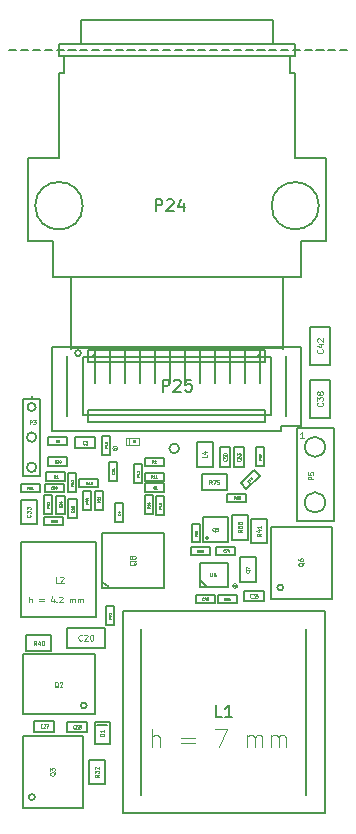
<source format=gbr>
G04 #@! TF.FileFunction,Other,Fab,Top*
%FSLAX46Y46*%
G04 Gerber Fmt 4.6, Leading zero omitted, Abs format (unit mm)*
G04 Created by KiCad (PCBNEW 4.0.2-stable) date 1/2/2018 2:21:40 AM*
%MOMM*%
G01*
G04 APERTURE LIST*
%ADD10C,0.050000*%
%ADD11C,0.125000*%
%ADD12C,0.150000*%
%ADD13C,0.037500*%
%ADD14C,0.100000*%
%ADD15C,0.075000*%
%ADD16C,0.010000*%
%ADD17C,0.062500*%
G04 APERTURE END LIST*
D10*
D11*
X35677503Y-92283605D02*
X35677503Y-91783605D01*
X35891788Y-92283605D02*
X35891788Y-92021701D01*
X35867979Y-91974082D01*
X35820360Y-91950272D01*
X35748931Y-91950272D01*
X35701312Y-91974082D01*
X35677503Y-91997891D01*
X36510836Y-92021701D02*
X36891788Y-92021701D01*
X36891788Y-92164558D02*
X36510836Y-92164558D01*
X37725121Y-91950272D02*
X37725121Y-92283605D01*
X37606074Y-91759796D02*
X37487026Y-92116939D01*
X37796550Y-92116939D01*
X37987026Y-92235986D02*
X38010835Y-92259796D01*
X37987026Y-92283605D01*
X37963216Y-92259796D01*
X37987026Y-92235986D01*
X37987026Y-92283605D01*
X38201311Y-91831225D02*
X38225121Y-91807415D01*
X38272740Y-91783605D01*
X38391787Y-91783605D01*
X38439406Y-91807415D01*
X38463216Y-91831225D01*
X38487025Y-91878844D01*
X38487025Y-91926463D01*
X38463216Y-91997891D01*
X38177502Y-92283605D01*
X38487025Y-92283605D01*
X39082263Y-92283605D02*
X39082263Y-91950272D01*
X39082263Y-91997891D02*
X39106072Y-91974082D01*
X39153691Y-91950272D01*
X39225120Y-91950272D01*
X39272739Y-91974082D01*
X39296548Y-92021701D01*
X39296548Y-92283605D01*
X39296548Y-92021701D02*
X39320358Y-91974082D01*
X39367977Y-91950272D01*
X39439405Y-91950272D01*
X39487025Y-91974082D01*
X39510834Y-92021701D01*
X39510834Y-92283605D01*
X39748930Y-92283605D02*
X39748930Y-91950272D01*
X39748930Y-91997891D02*
X39772739Y-91974082D01*
X39820358Y-91950272D01*
X39891787Y-91950272D01*
X39939406Y-91974082D01*
X39963215Y-92021701D01*
X39963215Y-92283605D01*
X39963215Y-92021701D02*
X39987025Y-91974082D01*
X40034644Y-91950272D01*
X40106072Y-91950272D01*
X40153692Y-91974082D01*
X40177501Y-92021701D01*
X40177501Y-92283605D01*
X46048931Y-104535986D02*
X46048931Y-103035986D01*
X46691788Y-104535986D02*
X46691788Y-103750272D01*
X46620359Y-103607415D01*
X46477502Y-103535986D01*
X46263217Y-103535986D01*
X46120359Y-103607415D01*
X46048931Y-103678844D01*
X48548931Y-103750272D02*
X49691788Y-103750272D01*
X49691788Y-104178844D02*
X48548931Y-104178844D01*
X51406074Y-103035986D02*
X52406074Y-103035986D01*
X51763217Y-104535986D01*
X54120359Y-104535986D02*
X54120359Y-103535986D01*
X54120359Y-103678844D02*
X54191787Y-103607415D01*
X54334645Y-103535986D01*
X54548930Y-103535986D01*
X54691787Y-103607415D01*
X54763216Y-103750272D01*
X54763216Y-104535986D01*
X54763216Y-103750272D02*
X54834645Y-103607415D01*
X54977502Y-103535986D01*
X55191787Y-103535986D01*
X55334645Y-103607415D01*
X55406073Y-103750272D01*
X55406073Y-104535986D01*
X56120359Y-104535986D02*
X56120359Y-103535986D01*
X56120359Y-103678844D02*
X56191787Y-103607415D01*
X56334645Y-103535986D01*
X56548930Y-103535986D01*
X56691787Y-103607415D01*
X56763216Y-103750272D01*
X56763216Y-104535986D01*
X56763216Y-103750272D02*
X56834645Y-103607415D01*
X56977502Y-103535986D01*
X57191787Y-103535986D01*
X57334645Y-103607415D01*
X57406073Y-103750272D01*
X57406073Y-104535986D01*
D12*
X51480742Y-87552215D02*
X51480742Y-88252215D01*
X53080742Y-87552215D02*
X51480742Y-87552215D01*
X53080742Y-88252215D02*
X53080742Y-87552215D01*
X51480742Y-88252215D02*
X53080742Y-88252215D01*
X60176967Y-58692215D02*
G75*
G03X60176967Y-58692215I-2000625J0D01*
G01*
X40186317Y-58692215D02*
G75*
G03X40186317Y-58692215I-2009975J0D01*
G01*
X36976342Y-45492215D02*
X37576342Y-45492215D01*
X57776342Y-47492215D02*
X58176342Y-47492215D01*
X57776342Y-45992215D02*
X57776342Y-47492215D01*
X38576342Y-47492215D02*
X38176342Y-47492215D01*
X38576342Y-45992215D02*
X38576342Y-47492215D01*
X39176342Y-70792215D02*
X39176342Y-64692215D01*
X57176342Y-70792215D02*
X57176342Y-64692215D01*
X56276342Y-44992215D02*
X40076342Y-44992215D01*
X56276342Y-44992215D02*
X56276342Y-42992215D01*
X58176342Y-44992215D02*
X56276342Y-44992215D01*
X58176342Y-45992215D02*
X58176342Y-44992215D01*
X38176342Y-45992215D02*
X58176342Y-45992215D01*
X38176342Y-44992215D02*
X38176342Y-45992215D01*
X40076342Y-44992215D02*
X38176342Y-44992215D01*
X40076342Y-42992215D02*
X40076342Y-44992215D01*
X58176342Y-54692215D02*
X58176342Y-47492215D01*
X38176342Y-54692215D02*
X38176342Y-47492215D01*
X35576342Y-54692215D02*
X38176342Y-54692215D01*
X35576342Y-61692215D02*
X35576342Y-54692215D01*
X37676342Y-61692215D02*
X35576342Y-61692215D01*
X37676342Y-64692215D02*
X37676342Y-61692215D01*
X37676342Y-64692215D02*
X58676342Y-64692215D01*
X39176342Y-70757215D02*
X57176342Y-70757215D01*
X48811342Y-70692215D02*
X48811342Y-73692215D01*
X56276342Y-42992215D02*
X40076342Y-42992215D01*
X47541342Y-70692215D02*
X47541342Y-73692215D01*
X51351342Y-70692215D02*
X51351342Y-73692215D01*
X50081342Y-70692215D02*
X50081342Y-73692215D01*
X55161342Y-70692215D02*
X55161342Y-73692215D01*
X52621342Y-70692215D02*
X52621342Y-73692215D01*
X53891342Y-70692215D02*
X53891342Y-73692215D01*
X46271342Y-70692215D02*
X46271342Y-73692215D01*
X45001342Y-70692215D02*
X45001342Y-73692215D01*
X43731342Y-70692215D02*
X43731342Y-73692215D01*
X42461342Y-70692215D02*
X42461342Y-73692215D01*
X41191342Y-70692215D02*
X41191342Y-73692215D01*
X60776342Y-54692215D02*
X58176342Y-54692215D01*
X60776342Y-61692215D02*
X60776342Y-54692215D01*
X58676342Y-61692215D02*
X60776342Y-61692215D01*
X58676342Y-64692215D02*
X58676342Y-61692215D01*
X37976342Y-45492215D02*
X38576342Y-45492215D01*
X39976342Y-45492215D02*
X40576342Y-45492215D01*
X38976342Y-45492215D02*
X39576342Y-45492215D01*
X43976342Y-45492215D02*
X44576342Y-45492215D01*
X42976342Y-45492215D02*
X43576342Y-45492215D01*
X41976342Y-45492215D02*
X42576342Y-45492215D01*
X40976342Y-45492215D02*
X41576342Y-45492215D01*
X47976342Y-45492215D02*
X48576342Y-45492215D01*
X46976342Y-45492215D02*
X47576342Y-45492215D01*
X45976342Y-45492215D02*
X46576342Y-45492215D01*
X44976342Y-45492215D02*
X45576342Y-45492215D01*
X51976342Y-45492215D02*
X52576342Y-45492215D01*
X50976342Y-45492215D02*
X51576342Y-45492215D01*
X49976342Y-45492215D02*
X50576342Y-45492215D01*
X48976342Y-45492215D02*
X49576342Y-45492215D01*
X53976342Y-45492215D02*
X54576342Y-45492215D01*
X57976342Y-45492215D02*
X58576342Y-45492215D01*
X59976342Y-45492215D02*
X60576342Y-45492215D01*
X55976342Y-45492215D02*
X56576342Y-45492215D01*
X54976342Y-45492215D02*
X55576342Y-45492215D01*
X58976342Y-45492215D02*
X59576342Y-45492215D01*
X56976342Y-45492215D02*
X57576342Y-45492215D01*
X52976342Y-45492215D02*
X53576342Y-45492215D01*
X35976342Y-45492215D02*
X36576342Y-45492215D01*
X34976342Y-45492215D02*
X35576342Y-45492215D01*
X33976342Y-45492215D02*
X34576342Y-45492215D01*
X61976342Y-45492215D02*
X62576342Y-45492215D01*
X60976342Y-45492215D02*
X61576342Y-45492215D01*
D10*
X44062522Y-78846455D02*
X44062522Y-78446455D01*
X44942522Y-78956455D02*
X43882522Y-78956455D01*
X44942522Y-78336455D02*
X44942522Y-78956455D01*
X43882522Y-78336455D02*
X44942522Y-78336455D01*
X43882522Y-78956455D02*
X43882522Y-78336455D01*
D12*
X60713776Y-83813315D02*
G75*
G03X60713776Y-83813315I-863134J0D01*
G01*
X60702111Y-79113315D02*
G75*
G03X60702111Y-79113315I-851469J0D01*
G01*
X61450642Y-85413315D02*
X61450642Y-77513315D01*
X58300642Y-85413315D02*
X61450642Y-85413315D01*
X58300642Y-77513315D02*
X58300642Y-85413315D01*
X61450642Y-77513315D02*
X58300642Y-77513315D01*
X50856723Y-86819415D02*
G75*
G03X50856723Y-86819415I-141421J0D01*
G01*
X50340302Y-85044415D02*
X50340302Y-87194415D01*
X52490302Y-87194415D02*
X52490302Y-85044415D01*
X50340302Y-85044415D02*
X52490302Y-85044415D01*
X50340302Y-87194415D02*
X52490302Y-87194415D01*
X51399962Y-92321295D02*
X51399962Y-91621295D01*
X49799962Y-92321295D02*
X51399962Y-92321295D01*
X49799962Y-91621295D02*
X49799962Y-92321295D01*
X51399962Y-91621295D02*
X49799962Y-91621295D01*
X53221842Y-92339075D02*
X53221842Y-91639075D01*
X51621842Y-92339075D02*
X53221842Y-92339075D01*
X51621842Y-91639075D02*
X51621842Y-92339075D01*
X53221842Y-91639075D02*
X51621842Y-91639075D01*
X36584142Y-82925835D02*
X36584142Y-82225835D01*
X34984142Y-82925835D02*
X36584142Y-82925835D01*
X34984142Y-82225835D02*
X34984142Y-82925835D01*
X36584142Y-82225835D02*
X34984142Y-82225835D01*
X39626642Y-81336415D02*
X38926642Y-81336415D01*
X39626642Y-82936415D02*
X39626642Y-81336415D01*
X38926642Y-82936415D02*
X39626642Y-82936415D01*
X38926642Y-81336415D02*
X38926642Y-82936415D01*
X40889022Y-82832095D02*
X40189022Y-82832095D01*
X40889022Y-84432095D02*
X40889022Y-82832095D01*
X40189022Y-84432095D02*
X40889022Y-84432095D01*
X40189022Y-82832095D02*
X40189022Y-84432095D01*
X41187242Y-84422315D02*
X41887242Y-84422315D01*
X41187242Y-82822315D02*
X41187242Y-84422315D01*
X41887242Y-82822315D02*
X41187242Y-82822315D01*
X41887242Y-84422315D02*
X41887242Y-82822315D01*
X41817162Y-79774115D02*
X42517162Y-79774115D01*
X41817162Y-78174115D02*
X41817162Y-79774115D01*
X42517162Y-78174115D02*
X41817162Y-78174115D01*
X42517162Y-79774115D02*
X42517162Y-78174115D01*
X38887222Y-78981215D02*
X38887222Y-78281215D01*
X37287222Y-78981215D02*
X38887222Y-78981215D01*
X37287222Y-78281215D02*
X37287222Y-78981215D01*
X38887222Y-78281215D02*
X37287222Y-78281215D01*
X37044082Y-81270795D02*
X37044082Y-81970795D01*
X38644082Y-81270795D02*
X37044082Y-81270795D01*
X38644082Y-81970795D02*
X38644082Y-81270795D01*
X37044082Y-81970795D02*
X38644082Y-81970795D01*
X38586042Y-82918215D02*
X38586042Y-82218215D01*
X36986042Y-82918215D02*
X38586042Y-82918215D01*
X36986042Y-82218215D02*
X36986042Y-82918215D01*
X38586042Y-82218215D02*
X36986042Y-82218215D01*
X50698702Y-90942015D02*
X50098702Y-90342015D01*
X50098702Y-90942015D02*
X52498702Y-90942015D01*
X50098702Y-88942015D02*
X52498702Y-88942015D01*
X50098702Y-90942015D02*
X50098702Y-88942015D01*
X52498702Y-90942015D02*
X52498702Y-88942015D01*
X55539742Y-79096135D02*
X54839742Y-79096135D01*
X55539742Y-80696135D02*
X55539742Y-79096135D01*
X54839742Y-80696135D02*
X55539742Y-80696135D01*
X54839742Y-79096135D02*
X54839742Y-80696135D01*
X52823102Y-86958315D02*
X54173102Y-86958315D01*
X52823102Y-84858315D02*
X54173102Y-84858315D01*
X52823102Y-84858315D02*
X52823102Y-86958315D01*
X54173102Y-84858315D02*
X54173102Y-86958315D01*
X50116842Y-85603615D02*
X49416842Y-85603615D01*
X50116842Y-87203615D02*
X50116842Y-85603615D01*
X49416842Y-87203615D02*
X50116842Y-87203615D01*
X49416842Y-85603615D02*
X49416842Y-87203615D01*
X50945302Y-88277615D02*
X50945302Y-87577615D01*
X49345302Y-88277615D02*
X50945302Y-88277615D01*
X49345302Y-87577615D02*
X49345302Y-88277615D01*
X50945302Y-87577615D02*
X49345302Y-87577615D01*
X54423302Y-87275815D02*
X55773302Y-87275815D01*
X54423302Y-85175815D02*
X55773302Y-85175815D01*
X54423302Y-85175815D02*
X54423302Y-87275815D01*
X55773302Y-85175815D02*
X55773302Y-87275815D01*
X42057302Y-105589615D02*
X40707302Y-105589615D01*
X42057302Y-107689615D02*
X40707302Y-107689615D01*
X42057302Y-107689615D02*
X42057302Y-105589615D01*
X40707302Y-107689615D02*
X40707302Y-105589615D01*
X42843372Y-92562502D02*
X42143372Y-92562502D01*
X42843372Y-94162502D02*
X42843372Y-92562502D01*
X42143372Y-94162502D02*
X42843372Y-94162502D01*
X42143372Y-92562502D02*
X42143372Y-94162502D01*
X55177907Y-81571343D02*
X54682932Y-81076368D01*
X54046536Y-82702714D02*
X55177907Y-81571343D01*
X53551561Y-82207739D02*
X54046536Y-82702714D01*
X54682932Y-81076368D02*
X53551561Y-82207739D01*
X52400922Y-83061495D02*
X52400922Y-83761495D01*
X54000922Y-83061495D02*
X52400922Y-83061495D01*
X54000922Y-83761495D02*
X54000922Y-83061495D01*
X52400922Y-83761495D02*
X54000922Y-83761495D01*
X36891302Y-85063015D02*
X36891302Y-85763015D01*
X38491302Y-85063015D02*
X36891302Y-85063015D01*
X38491302Y-85763015D02*
X38491302Y-85063015D01*
X36891302Y-85763015D02*
X38491302Y-85763015D01*
X37948742Y-84829415D02*
X38648742Y-84829415D01*
X37948742Y-83229415D02*
X37948742Y-84829415D01*
X38648742Y-83229415D02*
X37948742Y-83229415D01*
X38648742Y-84829415D02*
X38648742Y-83229415D01*
X37216422Y-79995715D02*
X37216422Y-80695715D01*
X38816422Y-79995715D02*
X37216422Y-79995715D01*
X38816422Y-80695715D02*
X38816422Y-79995715D01*
X37216422Y-80695715D02*
X38816422Y-80695715D01*
X39860942Y-81837215D02*
X39860942Y-82537215D01*
X41460942Y-81837215D02*
X39860942Y-81837215D01*
X41460942Y-82537215D02*
X41460942Y-81837215D01*
X39860942Y-82537215D02*
X41460942Y-82537215D01*
X46129042Y-83216715D02*
X45429042Y-83216715D01*
X46129042Y-84816715D02*
X46129042Y-83216715D01*
X45429042Y-84816715D02*
X46129042Y-84816715D01*
X45429042Y-83216715D02*
X45429042Y-84816715D01*
X45201942Y-80532415D02*
X44501942Y-80532415D01*
X45201942Y-82132415D02*
X45201942Y-80532415D01*
X44501942Y-82132415D02*
X45201942Y-82132415D01*
X44501942Y-80532415D02*
X44501942Y-82132415D01*
X47073642Y-81991115D02*
X47073642Y-81291115D01*
X45473642Y-81991115D02*
X47073642Y-81991115D01*
X45473642Y-81291115D02*
X45473642Y-81991115D01*
X47073642Y-81291115D02*
X45473642Y-81291115D01*
X47094242Y-83241415D02*
X46394242Y-83241415D01*
X47094242Y-84841415D02*
X47094242Y-83241415D01*
X46394242Y-84841415D02*
X47094242Y-84841415D01*
X46394242Y-83241415D02*
X46394242Y-84841415D01*
X47067502Y-80717415D02*
X47067502Y-80017415D01*
X45467502Y-80717415D02*
X47067502Y-80717415D01*
X45467502Y-80017415D02*
X45467502Y-80717415D01*
X47067502Y-80017415D02*
X45467502Y-80017415D01*
X42380302Y-91015415D02*
X41780302Y-90515415D01*
X41780302Y-91065415D02*
X47080302Y-91065415D01*
X41780302Y-86365415D02*
X47080302Y-86365415D01*
X41780302Y-91065415D02*
X41780302Y-86365415D01*
X47080302Y-91065415D02*
X47080302Y-86365415D01*
X40532502Y-101005215D02*
G75*
G03X40532502Y-101005215I-250000J0D01*
G01*
X41232502Y-101755215D02*
X35132502Y-101755215D01*
X35132502Y-96655215D02*
X35132502Y-101755215D01*
X41232502Y-96655215D02*
X41232502Y-101755215D01*
X41232502Y-96655215D02*
X35132502Y-96655215D01*
X57157642Y-91018815D02*
G75*
G03X57157642Y-91018815I-250000J0D01*
G01*
X56157642Y-91968815D02*
X56157642Y-85868815D01*
X61257642Y-85868815D02*
X56157642Y-85868815D01*
X61257642Y-91968815D02*
X56157642Y-91968815D01*
X61257642Y-91968815D02*
X61257642Y-85868815D01*
X36123902Y-108757575D02*
G75*
G03X36123902Y-108757575I-250000J0D01*
G01*
X35123902Y-109707575D02*
X35123902Y-103607575D01*
X40223902Y-103607575D02*
X35123902Y-103607575D01*
X40223902Y-109707575D02*
X35123902Y-109707575D01*
X40223902Y-109707575D02*
X40223902Y-103607575D01*
X41428702Y-102678015D02*
X42228702Y-102678015D01*
X42458702Y-102428015D02*
X42458702Y-104228015D01*
X41198702Y-102428015D02*
X41198702Y-104228015D01*
X41198702Y-102428015D02*
X42458702Y-102428015D01*
X41198702Y-104228015D02*
X42458702Y-104228015D01*
X50273862Y-81446175D02*
X50273862Y-82796175D01*
X52373862Y-81446175D02*
X52373862Y-82796175D01*
X52373862Y-81446175D02*
X50273862Y-81446175D01*
X52373862Y-82796175D02*
X50273862Y-82796175D01*
X49841142Y-80788655D02*
X51191142Y-80788655D01*
X49841142Y-78688655D02*
X51191142Y-78688655D01*
X49841142Y-78688655D02*
X49841142Y-80788655D01*
X51191142Y-78688655D02*
X51191142Y-80788655D01*
X48342733Y-79238275D02*
G75*
G03X48342733Y-79238275I-412311J0D01*
G01*
X61145142Y-68941315D02*
X59445142Y-68941315D01*
X61145142Y-72141315D02*
X59445142Y-72141315D01*
X59445142Y-72141315D02*
X59445142Y-68941315D01*
X61145142Y-72141315D02*
X61145142Y-68941315D01*
X61145142Y-73449815D02*
X59445142Y-73449815D01*
X61145142Y-76649815D02*
X59445142Y-76649815D01*
X59445142Y-76649815D02*
X59445142Y-73449815D01*
X61145142Y-76649815D02*
X61145142Y-73449815D01*
X36296582Y-83577975D02*
X34946582Y-83577975D01*
X36296582Y-85677975D02*
X34946582Y-85677975D01*
X36296582Y-85677975D02*
X36296582Y-83577975D01*
X34946582Y-85677975D02*
X34946582Y-83577975D01*
X43619522Y-83886575D02*
X42919522Y-83886575D01*
X43619522Y-85486575D02*
X43619522Y-83886575D01*
X42919522Y-85486575D02*
X43619522Y-85486575D01*
X42919522Y-83886575D02*
X42919522Y-85486575D01*
X41281102Y-93481415D02*
X41281102Y-87181415D01*
X34981102Y-93481415D02*
X34981102Y-87181415D01*
X34981102Y-93481415D02*
X41281102Y-93481415D01*
X34981102Y-87181415D02*
X41281102Y-87181415D01*
X37512502Y-96400415D02*
X37512502Y-95050415D01*
X35412502Y-96400415D02*
X35412502Y-95050415D01*
X35412502Y-96400415D02*
X37512502Y-96400415D01*
X35412502Y-95050415D02*
X37512502Y-95050415D01*
X45467502Y-82205515D02*
X45467502Y-82905515D01*
X47067502Y-82205515D02*
X45467502Y-82205515D01*
X47067502Y-82905515D02*
X47067502Y-82205515D01*
X45467502Y-82905515D02*
X47067502Y-82905515D01*
D10*
X43139982Y-79243355D02*
G75*
G03X43139982Y-79243355I-203200J0D01*
G01*
X53279662Y-90879095D02*
G75*
G03X53279662Y-90879095I-203200J0D01*
G01*
D12*
X37620042Y-83153215D02*
X36920042Y-83153215D01*
X37620042Y-84753215D02*
X37620042Y-83153215D01*
X36920042Y-84753215D02*
X37620042Y-84753215D01*
X36920042Y-83153215D02*
X36920042Y-84753215D01*
X42058482Y-96133455D02*
X42058482Y-94433455D01*
X38858482Y-96133455D02*
X38858482Y-94433455D01*
X38858482Y-94433455D02*
X42058482Y-94433455D01*
X38858482Y-96133455D02*
X42058482Y-96133455D01*
X60703702Y-110128015D02*
X60703702Y-92978015D01*
X60703702Y-92978015D02*
X43553702Y-92978015D01*
X43553702Y-110128015D02*
X43553702Y-92978015D01*
X60703702Y-110128015D02*
X43553702Y-110128015D01*
X45128702Y-108553015D02*
X45128702Y-94553015D01*
X59128702Y-108553015D02*
X59128702Y-94553015D01*
X39674902Y-83535215D02*
X38974902Y-83535215D01*
X39674902Y-85135215D02*
X39674902Y-83535215D01*
X38974902Y-85135215D02*
X39674902Y-85135215D01*
X38974902Y-83535215D02*
X38974902Y-85135215D01*
X38895642Y-71430315D02*
X38895642Y-76510315D01*
X41323063Y-71430315D02*
G75*
G03X41323063Y-71430315I-141421J0D01*
G01*
X57005842Y-77323115D02*
X58682242Y-77323115D01*
X57005842Y-77780315D02*
X57005842Y-77323115D01*
X55659642Y-70922315D02*
X40673642Y-70922315D01*
X55659642Y-71938315D02*
X55659642Y-70922315D01*
X40673642Y-71938315D02*
X55659642Y-71938315D01*
X40673642Y-70922315D02*
X40673642Y-71938315D01*
X55659642Y-76002315D02*
X40673642Y-76002315D01*
X55659642Y-77018315D02*
X55659642Y-76002315D01*
X40673642Y-77018315D02*
X55659642Y-77018315D01*
X40673642Y-76002315D02*
X40673642Y-77018315D01*
X37625642Y-77780315D02*
X37625642Y-70668315D01*
X57005842Y-77780315D02*
X37625642Y-77780315D01*
X58707642Y-70668315D02*
X58707642Y-77323115D01*
X37625642Y-70668315D02*
X58707642Y-70668315D01*
X40038642Y-71176315D02*
G75*
G03X40038642Y-71176315I-254000J0D01*
G01*
X40196642Y-71495315D02*
X56136642Y-71495315D01*
X40196642Y-76445315D02*
X56136642Y-76445315D01*
X40196642Y-71495315D02*
X40196642Y-76445315D01*
X56136642Y-71495315D02*
X56136642Y-76445315D01*
X55293063Y-71430315D02*
G75*
G03X55293063Y-71430315I-141421J0D01*
G01*
X57437642Y-71430315D02*
X57437642Y-76510315D01*
X36255262Y-80835775D02*
G75*
G03X36255262Y-80835775I-400000J0D01*
G01*
X36255262Y-78285775D02*
G75*
G03X36255262Y-78285775I-400000J0D01*
G01*
X36205262Y-75735775D02*
G75*
G03X36205262Y-75735775I-350000J0D01*
G01*
X35855262Y-75035775D02*
X35855262Y-74835775D01*
X36555262Y-75035775D02*
X35155262Y-75035775D01*
X36555262Y-81535775D02*
X36555262Y-75035775D01*
X35155262Y-81535775D02*
X36555262Y-81535775D01*
X35155262Y-75035775D02*
X35155262Y-81535775D01*
X53866822Y-79131655D02*
X52966822Y-79131655D01*
X53866822Y-80831655D02*
X52966822Y-80831655D01*
X52966822Y-80831655D02*
X52966822Y-79131655D01*
X53866822Y-80831655D02*
X53866822Y-79131655D01*
X40555702Y-103278015D02*
X40555702Y-102378015D01*
X38855702Y-103278015D02*
X38855702Y-102378015D01*
X38855702Y-102378015D02*
X40555702Y-102378015D01*
X38855702Y-103278015D02*
X40555702Y-103278015D01*
X52693342Y-79119795D02*
X51793342Y-79119795D01*
X52693342Y-80819795D02*
X51793342Y-80819795D01*
X51793342Y-80819795D02*
X51793342Y-79119795D01*
X52693342Y-80819795D02*
X52693342Y-79119795D01*
X53830042Y-91290155D02*
X53830042Y-92190155D01*
X55530042Y-91290155D02*
X55530042Y-92190155D01*
X55530042Y-92190155D02*
X53830042Y-92190155D01*
X55530042Y-91290155D02*
X53830042Y-91290155D01*
X36087302Y-102316295D02*
X36087302Y-103216295D01*
X37787302Y-102316295D02*
X37787302Y-103216295D01*
X37787302Y-103216295D02*
X36087302Y-103216295D01*
X37787302Y-102316295D02*
X36087302Y-102316295D01*
X39536622Y-78313295D02*
X39536622Y-79213295D01*
X41236622Y-78313295D02*
X41236622Y-79213295D01*
X41236622Y-79213295D02*
X39536622Y-79213295D01*
X41236622Y-78313295D02*
X39536622Y-78313295D01*
X54835102Y-90557255D02*
X53485102Y-90557255D01*
X54835102Y-90557255D02*
X54835102Y-88457255D01*
X53485102Y-90557255D02*
X53485102Y-88457255D01*
X54835102Y-88457255D02*
X53485102Y-88457255D01*
X42419142Y-81995915D02*
X43119142Y-81995915D01*
X42419142Y-80395915D02*
X42419142Y-81995915D01*
X43119142Y-80395915D02*
X42419142Y-80395915D01*
X43119142Y-81995915D02*
X43119142Y-80395915D01*
D10*
X52202171Y-87973644D02*
X52192647Y-87983167D01*
X52164076Y-87992691D01*
X52145028Y-87992691D01*
X52116456Y-87983167D01*
X52097409Y-87964120D01*
X52087885Y-87945072D01*
X52078361Y-87906977D01*
X52078361Y-87878405D01*
X52087885Y-87840310D01*
X52097409Y-87821263D01*
X52116456Y-87802215D01*
X52145028Y-87792691D01*
X52164076Y-87792691D01*
X52192647Y-87802215D01*
X52202171Y-87811739D01*
X52268837Y-87792691D02*
X52402171Y-87792691D01*
X52316456Y-87992691D01*
X52564075Y-87859358D02*
X52564075Y-87992691D01*
X52516456Y-87783167D02*
X52468837Y-87926025D01*
X52592647Y-87926025D01*
D12*
X46362056Y-59144596D02*
X46362056Y-58144596D01*
X46743009Y-58144596D01*
X46838247Y-58192215D01*
X46885866Y-58239834D01*
X46933485Y-58335072D01*
X46933485Y-58477929D01*
X46885866Y-58573167D01*
X46838247Y-58620786D01*
X46743009Y-58668405D01*
X46362056Y-58668405D01*
X47314437Y-58239834D02*
X47362056Y-58192215D01*
X47457294Y-58144596D01*
X47695390Y-58144596D01*
X47790628Y-58192215D01*
X47838247Y-58239834D01*
X47885866Y-58335072D01*
X47885866Y-58430310D01*
X47838247Y-58573167D01*
X47266818Y-59144596D01*
X47885866Y-59144596D01*
X48743009Y-58477929D02*
X48743009Y-59144596D01*
X48504913Y-58096977D02*
X48266818Y-58811263D01*
X48885866Y-58811263D01*
D13*
X44401808Y-78714312D02*
X44401808Y-78564312D01*
X44437523Y-78564312D01*
X44458951Y-78571455D01*
X44473237Y-78585741D01*
X44480380Y-78600026D01*
X44487523Y-78628598D01*
X44487523Y-78650026D01*
X44480380Y-78678598D01*
X44473237Y-78692884D01*
X44458951Y-78707169D01*
X44437523Y-78714312D01*
X44401808Y-78714312D01*
X44544665Y-78578598D02*
X44551808Y-78571455D01*
X44566094Y-78564312D01*
X44601808Y-78564312D01*
X44616094Y-78571455D01*
X44623237Y-78578598D01*
X44630380Y-78592884D01*
X44630380Y-78607169D01*
X44623237Y-78628598D01*
X44537523Y-78714312D01*
X44630380Y-78714312D01*
D11*
X58893499Y-78339505D02*
X58607785Y-78339505D01*
X58750642Y-78339505D02*
X58750642Y-77839505D01*
X58703023Y-77910934D01*
X58655404Y-77958553D01*
X58607785Y-77982363D01*
D14*
X59681594Y-81858553D02*
X59281594Y-81858553D01*
X59281594Y-81706172D01*
X59300642Y-81668077D01*
X59319690Y-81649029D01*
X59357785Y-81629981D01*
X59414928Y-81629981D01*
X59453023Y-81649029D01*
X59472071Y-81668077D01*
X59491118Y-81706172D01*
X59491118Y-81858553D01*
X59281594Y-81268077D02*
X59281594Y-81458553D01*
X59472071Y-81477601D01*
X59453023Y-81458553D01*
X59433975Y-81420458D01*
X59433975Y-81325220D01*
X59453023Y-81287124D01*
X59472071Y-81268077D01*
X59510166Y-81249029D01*
X59605404Y-81249029D01*
X59643499Y-81268077D01*
X59662547Y-81287124D01*
X59681594Y-81325220D01*
X59681594Y-81420458D01*
X59662547Y-81458553D01*
X59643499Y-81477601D01*
D15*
X51386731Y-86283701D02*
X51358159Y-86269415D01*
X51329588Y-86240844D01*
X51286731Y-86197986D01*
X51258159Y-86183701D01*
X51229588Y-86183701D01*
X51243873Y-86255129D02*
X51215302Y-86240844D01*
X51186731Y-86212272D01*
X51172445Y-86155129D01*
X51172445Y-86055129D01*
X51186731Y-85997986D01*
X51215302Y-85969415D01*
X51243873Y-85955129D01*
X51301016Y-85955129D01*
X51329588Y-85969415D01*
X51358159Y-85997986D01*
X51372445Y-86055129D01*
X51372445Y-86155129D01*
X51358159Y-86212272D01*
X51329588Y-86240844D01*
X51301016Y-86255129D01*
X51243873Y-86255129D01*
X51643874Y-85955129D02*
X51501017Y-85955129D01*
X51486731Y-86097986D01*
X51501017Y-86083701D01*
X51529588Y-86069415D01*
X51601017Y-86069415D01*
X51629588Y-86083701D01*
X51643874Y-86097986D01*
X51658159Y-86126558D01*
X51658159Y-86197986D01*
X51643874Y-86226558D01*
X51629588Y-86240844D01*
X51601017Y-86255129D01*
X51529588Y-86255129D01*
X51501017Y-86240844D01*
X51486731Y-86226558D01*
D10*
X50421391Y-92042724D02*
X50411867Y-92052247D01*
X50383296Y-92061771D01*
X50364248Y-92061771D01*
X50335676Y-92052247D01*
X50316629Y-92033200D01*
X50307105Y-92014152D01*
X50297581Y-91976057D01*
X50297581Y-91947485D01*
X50307105Y-91909390D01*
X50316629Y-91890343D01*
X50335676Y-91871295D01*
X50364248Y-91861771D01*
X50383296Y-91861771D01*
X50411867Y-91871295D01*
X50421391Y-91880819D01*
X50592819Y-91928438D02*
X50592819Y-92061771D01*
X50545200Y-91852247D02*
X50497581Y-91995105D01*
X50621391Y-91995105D01*
X50783295Y-91861771D02*
X50745200Y-91861771D01*
X50726152Y-91871295D01*
X50716629Y-91880819D01*
X50697581Y-91909390D01*
X50688057Y-91947485D01*
X50688057Y-92023676D01*
X50697581Y-92042724D01*
X50707105Y-92052247D01*
X50726152Y-92061771D01*
X50764248Y-92061771D01*
X50783295Y-92052247D01*
X50792819Y-92042724D01*
X50802343Y-92023676D01*
X50802343Y-91976057D01*
X50792819Y-91957009D01*
X50783295Y-91947485D01*
X50764248Y-91937962D01*
X50726152Y-91937962D01*
X50707105Y-91947485D01*
X50697581Y-91957009D01*
X50688057Y-91976057D01*
X52243271Y-92079551D02*
X52176604Y-91984313D01*
X52128985Y-92079551D02*
X52128985Y-91879551D01*
X52205176Y-91879551D01*
X52224223Y-91889075D01*
X52233747Y-91898599D01*
X52243271Y-91917646D01*
X52243271Y-91946218D01*
X52233747Y-91965265D01*
X52224223Y-91974789D01*
X52205176Y-91984313D01*
X52128985Y-91984313D01*
X52424223Y-91879551D02*
X52328985Y-91879551D01*
X52319461Y-91974789D01*
X52328985Y-91965265D01*
X52348033Y-91955742D01*
X52395652Y-91955742D01*
X52414699Y-91965265D01*
X52424223Y-91974789D01*
X52433747Y-91993837D01*
X52433747Y-92041456D01*
X52424223Y-92060504D01*
X52414699Y-92070027D01*
X52395652Y-92079551D01*
X52348033Y-92079551D01*
X52328985Y-92070027D01*
X52319461Y-92060504D01*
X52605175Y-91879551D02*
X52567080Y-91879551D01*
X52548032Y-91889075D01*
X52538509Y-91898599D01*
X52519461Y-91927170D01*
X52509937Y-91965265D01*
X52509937Y-92041456D01*
X52519461Y-92060504D01*
X52528985Y-92070027D01*
X52548032Y-92079551D01*
X52586128Y-92079551D01*
X52605175Y-92070027D01*
X52614699Y-92060504D01*
X52624223Y-92041456D01*
X52624223Y-91993837D01*
X52614699Y-91974789D01*
X52605175Y-91965265D01*
X52586128Y-91955742D01*
X52548032Y-91955742D01*
X52528985Y-91965265D01*
X52519461Y-91974789D01*
X52509937Y-91993837D01*
X35605571Y-82666311D02*
X35538904Y-82571073D01*
X35491285Y-82666311D02*
X35491285Y-82466311D01*
X35567476Y-82466311D01*
X35586523Y-82475835D01*
X35596047Y-82485359D01*
X35605571Y-82504406D01*
X35605571Y-82532978D01*
X35596047Y-82552025D01*
X35586523Y-82561549D01*
X35567476Y-82571073D01*
X35491285Y-82571073D01*
X35786523Y-82466311D02*
X35691285Y-82466311D01*
X35681761Y-82561549D01*
X35691285Y-82552025D01*
X35710333Y-82542502D01*
X35757952Y-82542502D01*
X35776999Y-82552025D01*
X35786523Y-82561549D01*
X35796047Y-82580597D01*
X35796047Y-82628216D01*
X35786523Y-82647264D01*
X35776999Y-82656787D01*
X35757952Y-82666311D01*
X35710333Y-82666311D01*
X35691285Y-82656787D01*
X35681761Y-82647264D01*
X35986523Y-82666311D02*
X35872237Y-82666311D01*
X35929380Y-82666311D02*
X35929380Y-82466311D01*
X35910332Y-82494883D01*
X35891285Y-82513930D01*
X35872237Y-82523454D01*
X39367118Y-82314986D02*
X39271880Y-82381653D01*
X39367118Y-82429272D02*
X39167118Y-82429272D01*
X39167118Y-82353081D01*
X39176642Y-82334034D01*
X39186166Y-82324510D01*
X39205213Y-82314986D01*
X39233785Y-82314986D01*
X39252832Y-82324510D01*
X39262356Y-82334034D01*
X39271880Y-82353081D01*
X39271880Y-82429272D01*
X39167118Y-82134034D02*
X39167118Y-82229272D01*
X39262356Y-82238796D01*
X39252832Y-82229272D01*
X39243309Y-82210224D01*
X39243309Y-82162605D01*
X39252832Y-82143558D01*
X39262356Y-82134034D01*
X39281404Y-82124510D01*
X39329023Y-82124510D01*
X39348071Y-82134034D01*
X39357594Y-82143558D01*
X39367118Y-82162605D01*
X39367118Y-82210224D01*
X39357594Y-82229272D01*
X39348071Y-82238796D01*
X39167118Y-82000701D02*
X39167118Y-81981653D01*
X39176642Y-81962605D01*
X39186166Y-81953082D01*
X39205213Y-81943558D01*
X39243309Y-81934034D01*
X39290928Y-81934034D01*
X39329023Y-81943558D01*
X39348071Y-81953082D01*
X39357594Y-81962605D01*
X39367118Y-81981653D01*
X39367118Y-82000701D01*
X39357594Y-82019748D01*
X39348071Y-82029272D01*
X39329023Y-82038796D01*
X39290928Y-82048320D01*
X39243309Y-82048320D01*
X39205213Y-82038796D01*
X39186166Y-82029272D01*
X39176642Y-82019748D01*
X39167118Y-82000701D01*
X40629498Y-83810666D02*
X40534260Y-83877333D01*
X40629498Y-83924952D02*
X40429498Y-83924952D01*
X40429498Y-83848761D01*
X40439022Y-83829714D01*
X40448546Y-83820190D01*
X40467593Y-83810666D01*
X40496165Y-83810666D01*
X40515212Y-83820190D01*
X40524736Y-83829714D01*
X40534260Y-83848761D01*
X40534260Y-83924952D01*
X40496165Y-83639238D02*
X40629498Y-83639238D01*
X40419974Y-83686857D02*
X40562832Y-83734476D01*
X40562832Y-83610666D01*
X40496165Y-83448762D02*
X40629498Y-83448762D01*
X40419974Y-83496381D02*
X40562832Y-83544000D01*
X40562832Y-83420190D01*
X41627718Y-83700886D02*
X41532480Y-83767553D01*
X41627718Y-83815172D02*
X41427718Y-83815172D01*
X41427718Y-83738981D01*
X41437242Y-83719934D01*
X41446766Y-83710410D01*
X41465813Y-83700886D01*
X41494385Y-83700886D01*
X41513432Y-83710410D01*
X41522956Y-83719934D01*
X41532480Y-83738981D01*
X41532480Y-83815172D01*
X41427718Y-83634220D02*
X41427718Y-83510410D01*
X41503909Y-83577077D01*
X41503909Y-83548505D01*
X41513432Y-83529458D01*
X41522956Y-83519934D01*
X41542004Y-83510410D01*
X41589623Y-83510410D01*
X41608671Y-83519934D01*
X41618194Y-83529458D01*
X41627718Y-83548505D01*
X41627718Y-83605648D01*
X41618194Y-83624696D01*
X41608671Y-83634220D01*
X41627718Y-83319934D02*
X41627718Y-83434220D01*
X41627718Y-83377077D02*
X41427718Y-83377077D01*
X41456290Y-83396125D01*
X41475337Y-83415172D01*
X41484861Y-83434220D01*
X42257638Y-79052686D02*
X42162400Y-79119353D01*
X42257638Y-79166972D02*
X42057638Y-79166972D01*
X42057638Y-79090781D01*
X42067162Y-79071734D01*
X42076686Y-79062210D01*
X42095733Y-79052686D01*
X42124305Y-79052686D01*
X42143352Y-79062210D01*
X42152876Y-79071734D01*
X42162400Y-79090781D01*
X42162400Y-79166972D01*
X42257638Y-78862210D02*
X42257638Y-78976496D01*
X42257638Y-78919353D02*
X42057638Y-78919353D01*
X42086210Y-78938401D01*
X42105257Y-78957448D01*
X42114781Y-78976496D01*
X42057638Y-78681258D02*
X42057638Y-78776496D01*
X42152876Y-78786020D01*
X42143352Y-78776496D01*
X42133829Y-78757448D01*
X42133829Y-78709829D01*
X42143352Y-78690782D01*
X42152876Y-78681258D01*
X42171924Y-78671734D01*
X42219543Y-78671734D01*
X42238591Y-78681258D01*
X42248114Y-78690782D01*
X42257638Y-78709829D01*
X42257638Y-78757448D01*
X42248114Y-78776496D01*
X42238591Y-78786020D01*
X38003889Y-78721691D02*
X37937222Y-78626453D01*
X37889603Y-78721691D02*
X37889603Y-78521691D01*
X37965794Y-78521691D01*
X37984841Y-78531215D01*
X37994365Y-78540739D01*
X38003889Y-78559786D01*
X38003889Y-78588358D01*
X37994365Y-78607405D01*
X37984841Y-78616929D01*
X37965794Y-78626453D01*
X37889603Y-78626453D01*
X38118174Y-78607405D02*
X38099127Y-78597882D01*
X38089603Y-78588358D01*
X38080079Y-78569310D01*
X38080079Y-78559786D01*
X38089603Y-78540739D01*
X38099127Y-78531215D01*
X38118174Y-78521691D01*
X38156270Y-78521691D01*
X38175317Y-78531215D01*
X38184841Y-78540739D01*
X38194365Y-78559786D01*
X38194365Y-78569310D01*
X38184841Y-78588358D01*
X38175317Y-78597882D01*
X38156270Y-78607405D01*
X38118174Y-78607405D01*
X38099127Y-78616929D01*
X38089603Y-78626453D01*
X38080079Y-78645501D01*
X38080079Y-78683596D01*
X38089603Y-78702644D01*
X38099127Y-78712167D01*
X38118174Y-78721691D01*
X38156270Y-78721691D01*
X38175317Y-78712167D01*
X38184841Y-78702644D01*
X38194365Y-78683596D01*
X38194365Y-78645501D01*
X38184841Y-78626453D01*
X38175317Y-78616929D01*
X38156270Y-78607405D01*
X37860749Y-81711271D02*
X37794082Y-81616033D01*
X37746463Y-81711271D02*
X37746463Y-81511271D01*
X37822654Y-81511271D01*
X37841701Y-81520795D01*
X37851225Y-81530319D01*
X37860749Y-81549366D01*
X37860749Y-81577938D01*
X37851225Y-81596985D01*
X37841701Y-81606509D01*
X37822654Y-81616033D01*
X37746463Y-81616033D01*
X38051225Y-81711271D02*
X37936939Y-81711271D01*
X37994082Y-81711271D02*
X37994082Y-81511271D01*
X37975034Y-81539843D01*
X37955987Y-81558890D01*
X37936939Y-81568414D01*
X37607471Y-82639644D02*
X37597947Y-82649167D01*
X37569376Y-82658691D01*
X37550328Y-82658691D01*
X37521756Y-82649167D01*
X37502709Y-82630120D01*
X37493185Y-82611072D01*
X37483661Y-82572977D01*
X37483661Y-82544405D01*
X37493185Y-82506310D01*
X37502709Y-82487263D01*
X37521756Y-82468215D01*
X37550328Y-82458691D01*
X37569376Y-82458691D01*
X37597947Y-82468215D01*
X37607471Y-82477739D01*
X37788423Y-82458691D02*
X37693185Y-82458691D01*
X37683661Y-82553929D01*
X37693185Y-82544405D01*
X37712233Y-82534882D01*
X37759852Y-82534882D01*
X37778899Y-82544405D01*
X37788423Y-82553929D01*
X37797947Y-82572977D01*
X37797947Y-82620596D01*
X37788423Y-82639644D01*
X37778899Y-82649167D01*
X37759852Y-82658691D01*
X37712233Y-82658691D01*
X37693185Y-82649167D01*
X37683661Y-82639644D01*
X37893185Y-82658691D02*
X37931280Y-82658691D01*
X37950328Y-82649167D01*
X37959852Y-82639644D01*
X37978899Y-82611072D01*
X37988423Y-82572977D01*
X37988423Y-82496786D01*
X37978899Y-82477739D01*
X37969375Y-82468215D01*
X37950328Y-82458691D01*
X37912232Y-82458691D01*
X37893185Y-82468215D01*
X37883661Y-82477739D01*
X37874137Y-82496786D01*
X37874137Y-82544405D01*
X37883661Y-82563453D01*
X37893185Y-82572977D01*
X37912232Y-82582501D01*
X37950328Y-82582501D01*
X37969375Y-82572977D01*
X37978899Y-82563453D01*
X37988423Y-82544405D01*
D15*
X50970131Y-89777729D02*
X50970131Y-90020586D01*
X50984416Y-90049158D01*
X50998702Y-90063444D01*
X51027273Y-90077729D01*
X51084416Y-90077729D01*
X51112988Y-90063444D01*
X51127273Y-90049158D01*
X51141559Y-90020586D01*
X51141559Y-89777729D01*
X51427274Y-89777729D02*
X51284417Y-89777729D01*
X51270131Y-89920586D01*
X51284417Y-89906301D01*
X51312988Y-89892015D01*
X51384417Y-89892015D01*
X51412988Y-89906301D01*
X51427274Y-89920586D01*
X51441559Y-89949158D01*
X51441559Y-90020586D01*
X51427274Y-90049158D01*
X51412988Y-90063444D01*
X51384417Y-90077729D01*
X51312988Y-90077729D01*
X51284417Y-90063444D01*
X51270131Y-90049158D01*
D10*
X55280218Y-80074706D02*
X55184980Y-80141373D01*
X55280218Y-80188992D02*
X55080218Y-80188992D01*
X55080218Y-80112801D01*
X55089742Y-80093754D01*
X55099266Y-80084230D01*
X55118313Y-80074706D01*
X55146885Y-80074706D01*
X55165932Y-80084230D01*
X55175456Y-80093754D01*
X55184980Y-80112801D01*
X55184980Y-80188992D01*
X55080218Y-79903278D02*
X55080218Y-79941373D01*
X55089742Y-79960421D01*
X55099266Y-79969944D01*
X55127837Y-79988992D01*
X55165932Y-79998516D01*
X55242123Y-79998516D01*
X55261171Y-79988992D01*
X55270694Y-79979468D01*
X55280218Y-79960421D01*
X55280218Y-79922325D01*
X55270694Y-79903278D01*
X55261171Y-79893754D01*
X55242123Y-79884230D01*
X55194504Y-79884230D01*
X55175456Y-79893754D01*
X55165932Y-79903278D01*
X55156409Y-79922325D01*
X55156409Y-79960421D01*
X55165932Y-79979468D01*
X55175456Y-79988992D01*
X55194504Y-79998516D01*
X55080218Y-79817564D02*
X55080218Y-79684230D01*
X55280218Y-79769945D01*
D15*
X53656435Y-86133315D02*
X53489769Y-86249981D01*
X53656435Y-86333315D02*
X53306435Y-86333315D01*
X53306435Y-86199981D01*
X53323102Y-86166648D01*
X53339769Y-86149981D01*
X53373102Y-86133315D01*
X53423102Y-86133315D01*
X53456435Y-86149981D01*
X53473102Y-86166648D01*
X53489769Y-86199981D01*
X53489769Y-86333315D01*
X53306435Y-85833315D02*
X53306435Y-85899981D01*
X53323102Y-85933315D01*
X53339769Y-85949981D01*
X53389769Y-85983315D01*
X53456435Y-85999981D01*
X53589769Y-85999981D01*
X53623102Y-85983315D01*
X53639769Y-85966648D01*
X53656435Y-85933315D01*
X53656435Y-85866648D01*
X53639769Y-85833315D01*
X53623102Y-85816648D01*
X53589769Y-85799981D01*
X53506435Y-85799981D01*
X53473102Y-85816648D01*
X53456435Y-85833315D01*
X53439769Y-85866648D01*
X53439769Y-85933315D01*
X53456435Y-85966648D01*
X53473102Y-85983315D01*
X53506435Y-85999981D01*
X53306435Y-85499982D02*
X53306435Y-85566648D01*
X53323102Y-85599982D01*
X53339769Y-85616648D01*
X53389769Y-85649982D01*
X53456435Y-85666648D01*
X53589769Y-85666648D01*
X53623102Y-85649982D01*
X53639769Y-85633315D01*
X53656435Y-85599982D01*
X53656435Y-85533315D01*
X53639769Y-85499982D01*
X53623102Y-85483315D01*
X53589769Y-85466648D01*
X53506435Y-85466648D01*
X53473102Y-85483315D01*
X53456435Y-85499982D01*
X53439769Y-85533315D01*
X53439769Y-85599982D01*
X53456435Y-85633315D01*
X53473102Y-85649982D01*
X53506435Y-85666648D01*
D10*
X49857318Y-86582186D02*
X49762080Y-86648853D01*
X49857318Y-86696472D02*
X49657318Y-86696472D01*
X49657318Y-86620281D01*
X49666842Y-86601234D01*
X49676366Y-86591710D01*
X49695413Y-86582186D01*
X49723985Y-86582186D01*
X49743032Y-86591710D01*
X49752556Y-86601234D01*
X49762080Y-86620281D01*
X49762080Y-86696472D01*
X49657318Y-86410758D02*
X49657318Y-86448853D01*
X49666842Y-86467901D01*
X49676366Y-86477424D01*
X49704937Y-86496472D01*
X49743032Y-86505996D01*
X49819223Y-86505996D01*
X49838271Y-86496472D01*
X49847794Y-86486948D01*
X49857318Y-86467901D01*
X49857318Y-86429805D01*
X49847794Y-86410758D01*
X49838271Y-86401234D01*
X49819223Y-86391710D01*
X49771604Y-86391710D01*
X49752556Y-86401234D01*
X49743032Y-86410758D01*
X49733509Y-86429805D01*
X49733509Y-86467901D01*
X49743032Y-86486948D01*
X49752556Y-86496472D01*
X49771604Y-86505996D01*
X49657318Y-86210758D02*
X49657318Y-86305996D01*
X49752556Y-86315520D01*
X49743032Y-86305996D01*
X49733509Y-86286948D01*
X49733509Y-86239329D01*
X49743032Y-86220282D01*
X49752556Y-86210758D01*
X49771604Y-86201234D01*
X49819223Y-86201234D01*
X49838271Y-86210758D01*
X49847794Y-86220282D01*
X49857318Y-86239329D01*
X49857318Y-86286948D01*
X49847794Y-86305996D01*
X49838271Y-86315520D01*
X49966731Y-88018091D02*
X49900064Y-87922853D01*
X49852445Y-88018091D02*
X49852445Y-87818091D01*
X49928636Y-87818091D01*
X49947683Y-87827615D01*
X49957207Y-87837139D01*
X49966731Y-87856186D01*
X49966731Y-87884758D01*
X49957207Y-87903805D01*
X49947683Y-87913329D01*
X49928636Y-87922853D01*
X49852445Y-87922853D01*
X50147683Y-87818091D02*
X50052445Y-87818091D01*
X50042921Y-87913329D01*
X50052445Y-87903805D01*
X50071493Y-87894282D01*
X50119112Y-87894282D01*
X50138159Y-87903805D01*
X50147683Y-87913329D01*
X50157207Y-87932377D01*
X50157207Y-87979996D01*
X50147683Y-87999044D01*
X50138159Y-88008567D01*
X50119112Y-88018091D01*
X50071493Y-88018091D01*
X50052445Y-88008567D01*
X50042921Y-87999044D01*
X50271492Y-87903805D02*
X50252445Y-87894282D01*
X50242921Y-87884758D01*
X50233397Y-87865710D01*
X50233397Y-87856186D01*
X50242921Y-87837139D01*
X50252445Y-87827615D01*
X50271492Y-87818091D01*
X50309588Y-87818091D01*
X50328635Y-87827615D01*
X50338159Y-87837139D01*
X50347683Y-87856186D01*
X50347683Y-87865710D01*
X50338159Y-87884758D01*
X50328635Y-87894282D01*
X50309588Y-87903805D01*
X50271492Y-87903805D01*
X50252445Y-87913329D01*
X50242921Y-87922853D01*
X50233397Y-87941901D01*
X50233397Y-87979996D01*
X50242921Y-87999044D01*
X50252445Y-88008567D01*
X50271492Y-88018091D01*
X50309588Y-88018091D01*
X50328635Y-88008567D01*
X50338159Y-87999044D01*
X50347683Y-87979996D01*
X50347683Y-87941901D01*
X50338159Y-87922853D01*
X50328635Y-87913329D01*
X50309588Y-87903805D01*
D15*
X55256635Y-86450815D02*
X55089969Y-86567481D01*
X55256635Y-86650815D02*
X54906635Y-86650815D01*
X54906635Y-86517481D01*
X54923302Y-86484148D01*
X54939969Y-86467481D01*
X54973302Y-86450815D01*
X55023302Y-86450815D01*
X55056635Y-86467481D01*
X55073302Y-86484148D01*
X55089969Y-86517481D01*
X55089969Y-86650815D01*
X55023302Y-86150815D02*
X55256635Y-86150815D01*
X54889969Y-86234148D02*
X55139969Y-86317481D01*
X55139969Y-86100815D01*
X55256635Y-85784148D02*
X55256635Y-85984148D01*
X55256635Y-85884148D02*
X54906635Y-85884148D01*
X54956635Y-85917482D01*
X54989969Y-85950815D01*
X55006635Y-85984148D01*
X41540635Y-106864615D02*
X41373969Y-106981281D01*
X41540635Y-107064615D02*
X41190635Y-107064615D01*
X41190635Y-106931281D01*
X41207302Y-106897948D01*
X41223969Y-106881281D01*
X41257302Y-106864615D01*
X41307302Y-106864615D01*
X41340635Y-106881281D01*
X41357302Y-106897948D01*
X41373969Y-106931281D01*
X41373969Y-107064615D01*
X41190635Y-106747948D02*
X41190635Y-106531281D01*
X41323969Y-106647948D01*
X41323969Y-106597948D01*
X41340635Y-106564615D01*
X41357302Y-106547948D01*
X41390635Y-106531281D01*
X41473969Y-106531281D01*
X41507302Y-106547948D01*
X41523969Y-106564615D01*
X41540635Y-106597948D01*
X41540635Y-106697948D01*
X41523969Y-106731281D01*
X41507302Y-106747948D01*
X41223969Y-106397948D02*
X41207302Y-106381282D01*
X41190635Y-106347948D01*
X41190635Y-106264615D01*
X41207302Y-106231282D01*
X41223969Y-106214615D01*
X41257302Y-106197948D01*
X41290635Y-106197948D01*
X41340635Y-106214615D01*
X41540635Y-106414615D01*
X41540635Y-106197948D01*
D10*
X42583848Y-93541073D02*
X42488610Y-93607740D01*
X42583848Y-93655359D02*
X42383848Y-93655359D01*
X42383848Y-93579168D01*
X42393372Y-93560121D01*
X42402896Y-93550597D01*
X42421943Y-93541073D01*
X42450515Y-93541073D01*
X42469562Y-93550597D01*
X42479086Y-93560121D01*
X42488610Y-93579168D01*
X42488610Y-93655359D01*
X42383848Y-93474407D02*
X42383848Y-93341073D01*
X42583848Y-93426788D01*
X42402896Y-93274407D02*
X42393372Y-93264883D01*
X42383848Y-93245835D01*
X42383848Y-93198216D01*
X42393372Y-93179169D01*
X42402896Y-93169645D01*
X42421943Y-93160121D01*
X42440991Y-93160121D01*
X42469562Y-93169645D01*
X42583848Y-93283931D01*
X42583848Y-93160121D01*
X54302442Y-82079786D02*
X54187958Y-82059583D01*
X54221629Y-82160598D02*
X54080208Y-82019177D01*
X54134083Y-81965301D01*
X54154286Y-81958568D01*
X54167755Y-81958568D01*
X54187958Y-81965301D01*
X54208161Y-81985505D01*
X54214895Y-82005708D01*
X54214895Y-82019177D01*
X54208161Y-82039379D01*
X54154286Y-82093255D01*
X54208160Y-81891224D02*
X54302442Y-81796943D01*
X54383253Y-81998974D01*
X54383253Y-81716131D02*
X54396722Y-81702662D01*
X54416926Y-81695928D01*
X54430394Y-81695928D01*
X54450597Y-81702662D01*
X54484269Y-81722866D01*
X54517941Y-81756537D01*
X54538144Y-81790209D01*
X54544878Y-81810413D01*
X54544878Y-81823880D01*
X54538144Y-81844084D01*
X54524675Y-81857553D01*
X54504472Y-81864286D01*
X54491004Y-81864287D01*
X54470800Y-81857553D01*
X54437129Y-81837350D01*
X54403457Y-81803678D01*
X54383253Y-81770006D01*
X54376520Y-81749803D01*
X54376520Y-81736334D01*
X54383253Y-81716131D01*
X53122351Y-83501971D02*
X53055684Y-83406733D01*
X53008065Y-83501971D02*
X53008065Y-83301971D01*
X53084256Y-83301971D01*
X53103303Y-83311495D01*
X53112827Y-83321019D01*
X53122351Y-83340066D01*
X53122351Y-83368638D01*
X53112827Y-83387685D01*
X53103303Y-83397209D01*
X53084256Y-83406733D01*
X53008065Y-83406733D01*
X53293779Y-83301971D02*
X53255684Y-83301971D01*
X53236636Y-83311495D01*
X53227113Y-83321019D01*
X53208065Y-83349590D01*
X53198541Y-83387685D01*
X53198541Y-83463876D01*
X53208065Y-83482924D01*
X53217589Y-83492447D01*
X53236636Y-83501971D01*
X53274732Y-83501971D01*
X53293779Y-83492447D01*
X53303303Y-83482924D01*
X53312827Y-83463876D01*
X53312827Y-83416257D01*
X53303303Y-83397209D01*
X53293779Y-83387685D01*
X53274732Y-83378162D01*
X53236636Y-83378162D01*
X53217589Y-83387685D01*
X53208065Y-83397209D01*
X53198541Y-83416257D01*
X53408065Y-83501971D02*
X53446160Y-83501971D01*
X53465208Y-83492447D01*
X53474732Y-83482924D01*
X53493779Y-83454352D01*
X53503303Y-83416257D01*
X53503303Y-83340066D01*
X53493779Y-83321019D01*
X53484255Y-83311495D01*
X53465208Y-83301971D01*
X53427112Y-83301971D01*
X53408065Y-83311495D01*
X53398541Y-83321019D01*
X53389017Y-83340066D01*
X53389017Y-83387685D01*
X53398541Y-83406733D01*
X53408065Y-83416257D01*
X53427112Y-83425781D01*
X53465208Y-83425781D01*
X53484255Y-83416257D01*
X53493779Y-83406733D01*
X53503303Y-83387685D01*
X37612731Y-85503491D02*
X37546064Y-85408253D01*
X37498445Y-85503491D02*
X37498445Y-85303491D01*
X37574636Y-85303491D01*
X37593683Y-85313015D01*
X37603207Y-85322539D01*
X37612731Y-85341586D01*
X37612731Y-85370158D01*
X37603207Y-85389205D01*
X37593683Y-85398729D01*
X37574636Y-85408253D01*
X37498445Y-85408253D01*
X37793683Y-85303491D02*
X37698445Y-85303491D01*
X37688921Y-85398729D01*
X37698445Y-85389205D01*
X37717493Y-85379682D01*
X37765112Y-85379682D01*
X37784159Y-85389205D01*
X37793683Y-85398729D01*
X37803207Y-85417777D01*
X37803207Y-85465396D01*
X37793683Y-85484444D01*
X37784159Y-85493967D01*
X37765112Y-85503491D01*
X37717493Y-85503491D01*
X37698445Y-85493967D01*
X37688921Y-85484444D01*
X37898445Y-85503491D02*
X37936540Y-85503491D01*
X37955588Y-85493967D01*
X37965112Y-85484444D01*
X37984159Y-85455872D01*
X37993683Y-85417777D01*
X37993683Y-85341586D01*
X37984159Y-85322539D01*
X37974635Y-85313015D01*
X37955588Y-85303491D01*
X37917492Y-85303491D01*
X37898445Y-85313015D01*
X37888921Y-85322539D01*
X37879397Y-85341586D01*
X37879397Y-85389205D01*
X37888921Y-85408253D01*
X37898445Y-85417777D01*
X37917492Y-85427301D01*
X37955588Y-85427301D01*
X37974635Y-85417777D01*
X37984159Y-85408253D01*
X37993683Y-85389205D01*
X38389218Y-84107986D02*
X38293980Y-84174653D01*
X38389218Y-84222272D02*
X38189218Y-84222272D01*
X38189218Y-84146081D01*
X38198742Y-84127034D01*
X38208266Y-84117510D01*
X38227313Y-84107986D01*
X38255885Y-84107986D01*
X38274932Y-84117510D01*
X38284456Y-84127034D01*
X38293980Y-84146081D01*
X38293980Y-84222272D01*
X38189218Y-84041320D02*
X38189218Y-83917510D01*
X38265409Y-83984177D01*
X38265409Y-83955605D01*
X38274932Y-83936558D01*
X38284456Y-83927034D01*
X38303504Y-83917510D01*
X38351123Y-83917510D01*
X38370171Y-83927034D01*
X38379694Y-83936558D01*
X38389218Y-83955605D01*
X38389218Y-84012748D01*
X38379694Y-84031796D01*
X38370171Y-84041320D01*
X38255885Y-83746082D02*
X38389218Y-83746082D01*
X38179694Y-83793701D02*
X38322552Y-83841320D01*
X38322552Y-83717510D01*
X37937851Y-80436191D02*
X37871184Y-80340953D01*
X37823565Y-80436191D02*
X37823565Y-80236191D01*
X37899756Y-80236191D01*
X37918803Y-80245715D01*
X37928327Y-80255239D01*
X37937851Y-80274286D01*
X37937851Y-80302858D01*
X37928327Y-80321905D01*
X37918803Y-80331429D01*
X37899756Y-80340953D01*
X37823565Y-80340953D01*
X38014041Y-80255239D02*
X38023565Y-80245715D01*
X38042613Y-80236191D01*
X38090232Y-80236191D01*
X38109279Y-80245715D01*
X38118803Y-80255239D01*
X38128327Y-80274286D01*
X38128327Y-80293334D01*
X38118803Y-80321905D01*
X38004517Y-80436191D01*
X38128327Y-80436191D01*
X38252136Y-80236191D02*
X38271184Y-80236191D01*
X38290232Y-80245715D01*
X38299755Y-80255239D01*
X38309279Y-80274286D01*
X38318803Y-80312382D01*
X38318803Y-80360001D01*
X38309279Y-80398096D01*
X38299755Y-80417144D01*
X38290232Y-80426667D01*
X38271184Y-80436191D01*
X38252136Y-80436191D01*
X38233089Y-80426667D01*
X38223565Y-80417144D01*
X38214041Y-80398096D01*
X38204517Y-80360001D01*
X38204517Y-80312382D01*
X38214041Y-80274286D01*
X38223565Y-80255239D01*
X38233089Y-80245715D01*
X38252136Y-80236191D01*
X40582371Y-82277691D02*
X40515704Y-82182453D01*
X40468085Y-82277691D02*
X40468085Y-82077691D01*
X40544276Y-82077691D01*
X40563323Y-82087215D01*
X40572847Y-82096739D01*
X40582371Y-82115786D01*
X40582371Y-82144358D01*
X40572847Y-82163405D01*
X40563323Y-82172929D01*
X40544276Y-82182453D01*
X40468085Y-82182453D01*
X40772847Y-82277691D02*
X40658561Y-82277691D01*
X40715704Y-82277691D02*
X40715704Y-82077691D01*
X40696656Y-82106263D01*
X40677609Y-82125310D01*
X40658561Y-82134834D01*
X40887132Y-82163405D02*
X40868085Y-82153882D01*
X40858561Y-82144358D01*
X40849037Y-82125310D01*
X40849037Y-82115786D01*
X40858561Y-82096739D01*
X40868085Y-82087215D01*
X40887132Y-82077691D01*
X40925228Y-82077691D01*
X40944275Y-82087215D01*
X40953799Y-82096739D01*
X40963323Y-82115786D01*
X40963323Y-82125310D01*
X40953799Y-82144358D01*
X40944275Y-82153882D01*
X40925228Y-82163405D01*
X40887132Y-82163405D01*
X40868085Y-82172929D01*
X40858561Y-82182453D01*
X40849037Y-82201501D01*
X40849037Y-82239596D01*
X40858561Y-82258644D01*
X40868085Y-82268167D01*
X40887132Y-82277691D01*
X40925228Y-82277691D01*
X40944275Y-82268167D01*
X40953799Y-82258644D01*
X40963323Y-82239596D01*
X40963323Y-82201501D01*
X40953799Y-82182453D01*
X40944275Y-82172929D01*
X40925228Y-82163405D01*
X45869518Y-84195286D02*
X45774280Y-84261953D01*
X45869518Y-84309572D02*
X45669518Y-84309572D01*
X45669518Y-84233381D01*
X45679042Y-84214334D01*
X45688566Y-84204810D01*
X45707613Y-84195286D01*
X45736185Y-84195286D01*
X45755232Y-84204810D01*
X45764756Y-84214334D01*
X45774280Y-84233381D01*
X45774280Y-84309572D01*
X45869518Y-84004810D02*
X45869518Y-84119096D01*
X45869518Y-84061953D02*
X45669518Y-84061953D01*
X45698090Y-84081001D01*
X45717137Y-84100048D01*
X45726661Y-84119096D01*
X45736185Y-83833382D02*
X45869518Y-83833382D01*
X45659994Y-83881001D02*
X45802852Y-83928620D01*
X45802852Y-83804810D01*
X44942418Y-81510986D02*
X44847180Y-81577653D01*
X44942418Y-81625272D02*
X44742418Y-81625272D01*
X44742418Y-81549081D01*
X44751942Y-81530034D01*
X44761466Y-81520510D01*
X44780513Y-81510986D01*
X44809085Y-81510986D01*
X44828132Y-81520510D01*
X44837656Y-81530034D01*
X44847180Y-81549081D01*
X44847180Y-81625272D01*
X44942418Y-81320510D02*
X44942418Y-81434796D01*
X44942418Y-81377653D02*
X44742418Y-81377653D01*
X44770990Y-81396701D01*
X44790037Y-81415748D01*
X44799561Y-81434796D01*
X44761466Y-81244320D02*
X44751942Y-81234796D01*
X44742418Y-81215748D01*
X44742418Y-81168129D01*
X44751942Y-81149082D01*
X44761466Y-81139558D01*
X44780513Y-81130034D01*
X44799561Y-81130034D01*
X44828132Y-81139558D01*
X44942418Y-81253844D01*
X44942418Y-81130034D01*
X46095071Y-81731591D02*
X46028404Y-81636353D01*
X45980785Y-81731591D02*
X45980785Y-81531591D01*
X46056976Y-81531591D01*
X46076023Y-81541115D01*
X46085547Y-81550639D01*
X46095071Y-81569686D01*
X46095071Y-81598258D01*
X46085547Y-81617305D01*
X46076023Y-81626829D01*
X46056976Y-81636353D01*
X45980785Y-81636353D01*
X46285547Y-81731591D02*
X46171261Y-81731591D01*
X46228404Y-81731591D02*
X46228404Y-81531591D01*
X46209356Y-81560163D01*
X46190309Y-81579210D01*
X46171261Y-81588734D01*
X46476023Y-81731591D02*
X46361737Y-81731591D01*
X46418880Y-81731591D02*
X46418880Y-81531591D01*
X46399832Y-81560163D01*
X46380785Y-81579210D01*
X46361737Y-81588734D01*
X46834718Y-84219986D02*
X46739480Y-84286653D01*
X46834718Y-84334272D02*
X46634718Y-84334272D01*
X46634718Y-84258081D01*
X46644242Y-84239034D01*
X46653766Y-84229510D01*
X46672813Y-84219986D01*
X46701385Y-84219986D01*
X46720432Y-84229510D01*
X46729956Y-84239034D01*
X46739480Y-84258081D01*
X46739480Y-84334272D01*
X46834718Y-84029510D02*
X46834718Y-84143796D01*
X46834718Y-84086653D02*
X46634718Y-84086653D01*
X46663290Y-84105701D01*
X46682337Y-84124748D01*
X46691861Y-84143796D01*
X46634718Y-83905701D02*
X46634718Y-83886653D01*
X46644242Y-83867605D01*
X46653766Y-83858082D01*
X46672813Y-83848558D01*
X46710909Y-83839034D01*
X46758528Y-83839034D01*
X46796623Y-83848558D01*
X46815671Y-83858082D01*
X46825194Y-83867605D01*
X46834718Y-83886653D01*
X46834718Y-83905701D01*
X46825194Y-83924748D01*
X46815671Y-83934272D01*
X46796623Y-83943796D01*
X46758528Y-83953320D01*
X46710909Y-83953320D01*
X46672813Y-83943796D01*
X46653766Y-83934272D01*
X46644242Y-83924748D01*
X46634718Y-83905701D01*
X46184169Y-80457891D02*
X46117502Y-80362653D01*
X46069883Y-80457891D02*
X46069883Y-80257891D01*
X46146074Y-80257891D01*
X46165121Y-80267415D01*
X46174645Y-80276939D01*
X46184169Y-80295986D01*
X46184169Y-80324558D01*
X46174645Y-80343605D01*
X46165121Y-80353129D01*
X46146074Y-80362653D01*
X46069883Y-80362653D01*
X46260359Y-80276939D02*
X46269883Y-80267415D01*
X46288931Y-80257891D01*
X46336550Y-80257891D01*
X46355597Y-80267415D01*
X46365121Y-80276939D01*
X46374645Y-80295986D01*
X46374645Y-80315034D01*
X46365121Y-80343605D01*
X46250835Y-80457891D01*
X46374645Y-80457891D01*
D14*
X44704112Y-88763034D02*
X44680302Y-88810653D01*
X44632683Y-88858272D01*
X44561254Y-88929701D01*
X44537445Y-88977320D01*
X44537445Y-89024939D01*
X44656492Y-89001129D02*
X44632683Y-89048748D01*
X44585064Y-89096367D01*
X44489826Y-89120177D01*
X44323159Y-89120177D01*
X44227921Y-89096367D01*
X44180302Y-89048748D01*
X44156492Y-89001129D01*
X44156492Y-88905891D01*
X44180302Y-88858272D01*
X44227921Y-88810653D01*
X44323159Y-88786844D01*
X44489826Y-88786844D01*
X44585064Y-88810653D01*
X44632683Y-88858272D01*
X44656492Y-88905891D01*
X44656492Y-89001129D01*
X44370778Y-88501129D02*
X44346969Y-88548748D01*
X44323159Y-88572557D01*
X44275540Y-88596367D01*
X44251731Y-88596367D01*
X44204112Y-88572557D01*
X44180302Y-88548748D01*
X44156492Y-88501129D01*
X44156492Y-88405891D01*
X44180302Y-88358272D01*
X44204112Y-88334462D01*
X44251731Y-88310653D01*
X44275540Y-88310653D01*
X44323159Y-88334462D01*
X44346969Y-88358272D01*
X44370778Y-88405891D01*
X44370778Y-88501129D01*
X44394588Y-88548748D01*
X44418397Y-88572557D01*
X44466016Y-88596367D01*
X44561254Y-88596367D01*
X44608873Y-88572557D01*
X44632683Y-88548748D01*
X44656492Y-88501129D01*
X44656492Y-88405891D01*
X44632683Y-88358272D01*
X44608873Y-88334462D01*
X44561254Y-88310653D01*
X44466016Y-88310653D01*
X44418397Y-88334462D01*
X44394588Y-88358272D01*
X44370778Y-88405891D01*
X38106307Y-99464903D02*
X38068212Y-99445855D01*
X38030116Y-99407760D01*
X37972973Y-99350617D01*
X37934878Y-99331569D01*
X37896783Y-99331569D01*
X37915831Y-99426807D02*
X37877735Y-99407760D01*
X37839640Y-99369665D01*
X37820592Y-99293474D01*
X37820592Y-99160141D01*
X37839640Y-99083950D01*
X37877735Y-99045855D01*
X37915831Y-99026807D01*
X37992021Y-99026807D01*
X38030116Y-99045855D01*
X38068212Y-99083950D01*
X38087259Y-99160141D01*
X38087259Y-99293474D01*
X38068212Y-99369665D01*
X38030116Y-99407760D01*
X37992021Y-99426807D01*
X37915831Y-99426807D01*
X38239640Y-99064903D02*
X38258688Y-99045855D01*
X38296783Y-99026807D01*
X38392021Y-99026807D01*
X38430117Y-99045855D01*
X38449164Y-99064903D01*
X38468212Y-99102998D01*
X38468212Y-99141093D01*
X38449164Y-99198236D01*
X38220593Y-99426807D01*
X38468212Y-99426807D01*
X58886050Y-88918810D02*
X58867002Y-88956905D01*
X58828907Y-88995001D01*
X58771764Y-89052144D01*
X58752716Y-89090239D01*
X58752716Y-89128334D01*
X58847954Y-89109286D02*
X58828907Y-89147382D01*
X58790812Y-89185477D01*
X58714621Y-89204525D01*
X58581288Y-89204525D01*
X58505097Y-89185477D01*
X58467002Y-89147382D01*
X58447954Y-89109286D01*
X58447954Y-89033096D01*
X58467002Y-88995001D01*
X58505097Y-88956905D01*
X58581288Y-88937858D01*
X58714621Y-88937858D01*
X58790812Y-88956905D01*
X58828907Y-88995001D01*
X58847954Y-89033096D01*
X58847954Y-89109286D01*
X58447954Y-88595000D02*
X58447954Y-88671191D01*
X58467002Y-88709286D01*
X58486050Y-88728334D01*
X58543192Y-88766429D01*
X58619383Y-88785477D01*
X58771764Y-88785477D01*
X58809859Y-88766429D01*
X58828907Y-88747381D01*
X58847954Y-88709286D01*
X58847954Y-88633096D01*
X58828907Y-88595000D01*
X58809859Y-88575953D01*
X58771764Y-88556905D01*
X58676526Y-88556905D01*
X58638431Y-88575953D01*
X58619383Y-88595000D01*
X58600335Y-88633096D01*
X58600335Y-88709286D01*
X58619383Y-88747381D01*
X58638431Y-88766429D01*
X58676526Y-88785477D01*
X37852310Y-106657570D02*
X37833262Y-106695665D01*
X37795167Y-106733761D01*
X37738024Y-106790904D01*
X37718976Y-106828999D01*
X37718976Y-106867094D01*
X37814214Y-106848046D02*
X37795167Y-106886142D01*
X37757072Y-106924237D01*
X37680881Y-106943285D01*
X37547548Y-106943285D01*
X37471357Y-106924237D01*
X37433262Y-106886142D01*
X37414214Y-106848046D01*
X37414214Y-106771856D01*
X37433262Y-106733761D01*
X37471357Y-106695665D01*
X37547548Y-106676618D01*
X37680881Y-106676618D01*
X37757072Y-106695665D01*
X37795167Y-106733761D01*
X37814214Y-106771856D01*
X37814214Y-106848046D01*
X37414214Y-106543284D02*
X37414214Y-106295665D01*
X37566595Y-106428998D01*
X37566595Y-106371856D01*
X37585643Y-106333760D01*
X37604691Y-106314713D01*
X37642786Y-106295665D01*
X37738024Y-106295665D01*
X37776119Y-106314713D01*
X37795167Y-106333760D01*
X37814214Y-106371856D01*
X37814214Y-106486141D01*
X37795167Y-106524237D01*
X37776119Y-106543284D01*
D15*
X41964416Y-103549443D02*
X41664416Y-103549443D01*
X41664416Y-103478015D01*
X41678702Y-103435158D01*
X41707273Y-103406586D01*
X41735845Y-103392301D01*
X41792988Y-103378015D01*
X41835845Y-103378015D01*
X41892988Y-103392301D01*
X41921559Y-103406586D01*
X41950131Y-103435158D01*
X41964416Y-103478015D01*
X41964416Y-103549443D01*
X41964416Y-103092301D02*
X41964416Y-103263729D01*
X41964416Y-103178015D02*
X41664416Y-103178015D01*
X41707273Y-103206586D01*
X41735845Y-103235158D01*
X41750131Y-103263729D01*
X51098862Y-82279508D02*
X50982196Y-82112842D01*
X50898862Y-82279508D02*
X50898862Y-81929508D01*
X51032196Y-81929508D01*
X51065529Y-81946175D01*
X51082196Y-81962842D01*
X51098862Y-81996175D01*
X51098862Y-82046175D01*
X51082196Y-82079508D01*
X51065529Y-82096175D01*
X51032196Y-82112842D01*
X50898862Y-82112842D01*
X51215529Y-81929508D02*
X51448862Y-81929508D01*
X51298862Y-82279508D01*
X51748862Y-81929508D02*
X51582195Y-81929508D01*
X51565529Y-82096175D01*
X51582195Y-82079508D01*
X51615529Y-82062842D01*
X51698862Y-82062842D01*
X51732195Y-82079508D01*
X51748862Y-82096175D01*
X51765529Y-82129508D01*
X51765529Y-82212842D01*
X51748862Y-82246175D01*
X51732195Y-82262842D01*
X51698862Y-82279508D01*
X51615529Y-82279508D01*
X51582195Y-82262842D01*
X51565529Y-82246175D01*
X50674475Y-79796988D02*
X50674475Y-79963655D01*
X50324475Y-79963655D01*
X50441142Y-79530322D02*
X50674475Y-79530322D01*
X50307809Y-79613655D02*
X50557809Y-79696988D01*
X50557809Y-79480322D01*
D14*
X60473713Y-70862743D02*
X60497523Y-70886553D01*
X60521332Y-70957981D01*
X60521332Y-71005600D01*
X60497523Y-71077029D01*
X60449904Y-71124648D01*
X60402285Y-71148457D01*
X60307047Y-71172267D01*
X60235618Y-71172267D01*
X60140380Y-71148457D01*
X60092761Y-71124648D01*
X60045142Y-71077029D01*
X60021332Y-71005600D01*
X60021332Y-70957981D01*
X60045142Y-70886553D01*
X60068952Y-70862743D01*
X60187999Y-70434172D02*
X60521332Y-70434172D01*
X59997523Y-70553219D02*
X60354666Y-70672267D01*
X60354666Y-70362743D01*
X60068952Y-70196077D02*
X60045142Y-70172267D01*
X60021332Y-70124648D01*
X60021332Y-70005601D01*
X60045142Y-69957982D01*
X60068952Y-69934172D01*
X60116571Y-69910363D01*
X60164190Y-69910363D01*
X60235618Y-69934172D01*
X60521332Y-70219886D01*
X60521332Y-69910363D01*
X60473713Y-75371243D02*
X60497523Y-75395053D01*
X60521332Y-75466481D01*
X60521332Y-75514100D01*
X60497523Y-75585529D01*
X60449904Y-75633148D01*
X60402285Y-75656957D01*
X60307047Y-75680767D01*
X60235618Y-75680767D01*
X60140380Y-75656957D01*
X60092761Y-75633148D01*
X60045142Y-75585529D01*
X60021332Y-75514100D01*
X60021332Y-75466481D01*
X60045142Y-75395053D01*
X60068952Y-75371243D01*
X60021332Y-75204576D02*
X60021332Y-74895053D01*
X60211809Y-75061719D01*
X60211809Y-74990291D01*
X60235618Y-74942672D01*
X60259428Y-74918862D01*
X60307047Y-74895053D01*
X60426094Y-74895053D01*
X60473713Y-74918862D01*
X60497523Y-74942672D01*
X60521332Y-74990291D01*
X60521332Y-75133148D01*
X60497523Y-75180767D01*
X60473713Y-75204576D01*
X60235618Y-74609339D02*
X60211809Y-74656958D01*
X60187999Y-74680767D01*
X60140380Y-74704577D01*
X60116571Y-74704577D01*
X60068952Y-74680767D01*
X60045142Y-74656958D01*
X60021332Y-74609339D01*
X60021332Y-74514101D01*
X60045142Y-74466482D01*
X60068952Y-74442672D01*
X60116571Y-74418863D01*
X60140380Y-74418863D01*
X60187999Y-74442672D01*
X60211809Y-74466482D01*
X60235618Y-74514101D01*
X60235618Y-74609339D01*
X60259428Y-74656958D01*
X60283237Y-74680767D01*
X60330856Y-74704577D01*
X60426094Y-74704577D01*
X60473713Y-74680767D01*
X60497523Y-74656958D01*
X60521332Y-74609339D01*
X60521332Y-74514101D01*
X60497523Y-74466482D01*
X60473713Y-74442672D01*
X60426094Y-74418863D01*
X60330856Y-74418863D01*
X60283237Y-74442672D01*
X60259428Y-74466482D01*
X60235618Y-74514101D01*
D15*
X35746582Y-84852975D02*
X35763249Y-84869641D01*
X35779915Y-84919641D01*
X35779915Y-84952975D01*
X35763249Y-85002975D01*
X35729915Y-85036308D01*
X35696582Y-85052975D01*
X35629915Y-85069641D01*
X35579915Y-85069641D01*
X35513249Y-85052975D01*
X35479915Y-85036308D01*
X35446582Y-85002975D01*
X35429915Y-84952975D01*
X35429915Y-84919641D01*
X35446582Y-84869641D01*
X35463249Y-84852975D01*
X35429915Y-84736308D02*
X35429915Y-84519641D01*
X35563249Y-84636308D01*
X35563249Y-84586308D01*
X35579915Y-84552975D01*
X35596582Y-84536308D01*
X35629915Y-84519641D01*
X35713249Y-84519641D01*
X35746582Y-84536308D01*
X35763249Y-84552975D01*
X35779915Y-84586308D01*
X35779915Y-84686308D01*
X35763249Y-84719641D01*
X35746582Y-84736308D01*
X35429915Y-84402975D02*
X35429915Y-84186308D01*
X35563249Y-84302975D01*
X35563249Y-84252975D01*
X35579915Y-84219642D01*
X35596582Y-84202975D01*
X35629915Y-84186308D01*
X35713249Y-84186308D01*
X35746582Y-84202975D01*
X35763249Y-84219642D01*
X35779915Y-84252975D01*
X35779915Y-84352975D01*
X35763249Y-84386308D01*
X35746582Y-84402975D01*
D10*
X43340951Y-84769908D02*
X43350474Y-84779432D01*
X43359998Y-84808003D01*
X43359998Y-84827051D01*
X43350474Y-84855623D01*
X43331427Y-84874670D01*
X43312379Y-84884194D01*
X43274284Y-84893718D01*
X43245712Y-84893718D01*
X43207617Y-84884194D01*
X43188570Y-84874670D01*
X43169522Y-84855623D01*
X43159998Y-84827051D01*
X43159998Y-84808003D01*
X43169522Y-84779432D01*
X43179046Y-84769908D01*
X43226665Y-84598480D02*
X43359998Y-84598480D01*
X43150474Y-84646099D02*
X43293332Y-84693718D01*
X43293332Y-84569908D01*
D14*
X38147769Y-90607605D02*
X37909674Y-90607605D01*
X37909674Y-90107605D01*
X38290626Y-90155225D02*
X38314436Y-90131415D01*
X38362055Y-90107605D01*
X38481102Y-90107605D01*
X38528721Y-90131415D01*
X38552531Y-90155225D01*
X38576340Y-90202844D01*
X38576340Y-90250463D01*
X38552531Y-90321891D01*
X38266817Y-90607605D01*
X38576340Y-90607605D01*
D15*
X36237502Y-95883748D02*
X36120836Y-95717082D01*
X36037502Y-95883748D02*
X36037502Y-95533748D01*
X36170836Y-95533748D01*
X36204169Y-95550415D01*
X36220836Y-95567082D01*
X36237502Y-95600415D01*
X36237502Y-95650415D01*
X36220836Y-95683748D01*
X36204169Y-95700415D01*
X36170836Y-95717082D01*
X36037502Y-95717082D01*
X36537502Y-95650415D02*
X36537502Y-95883748D01*
X36454169Y-95517082D02*
X36370836Y-95767082D01*
X36587502Y-95767082D01*
X36787502Y-95533748D02*
X36820835Y-95533748D01*
X36854169Y-95550415D01*
X36870835Y-95567082D01*
X36887502Y-95600415D01*
X36904169Y-95667082D01*
X36904169Y-95750415D01*
X36887502Y-95817082D01*
X36870835Y-95850415D01*
X36854169Y-95867082D01*
X36820835Y-95883748D01*
X36787502Y-95883748D01*
X36754169Y-95867082D01*
X36737502Y-95850415D01*
X36720835Y-95817082D01*
X36704169Y-95750415D01*
X36704169Y-95667082D01*
X36720835Y-95600415D01*
X36737502Y-95567082D01*
X36754169Y-95550415D01*
X36787502Y-95533748D01*
D10*
X46284169Y-82626944D02*
X46274645Y-82636467D01*
X46246074Y-82645991D01*
X46227026Y-82645991D01*
X46198454Y-82636467D01*
X46179407Y-82617420D01*
X46169883Y-82598372D01*
X46160359Y-82560277D01*
X46160359Y-82531705D01*
X46169883Y-82493610D01*
X46179407Y-82474563D01*
X46198454Y-82455515D01*
X46227026Y-82445991D01*
X46246074Y-82445991D01*
X46274645Y-82455515D01*
X46284169Y-82465039D01*
X46474645Y-82645991D02*
X46360359Y-82645991D01*
X46417502Y-82645991D02*
X46417502Y-82445991D01*
X46398454Y-82474563D01*
X46379407Y-82493610D01*
X46360359Y-82503134D01*
D16*
X42843044Y-79300807D02*
X42843044Y-79173807D01*
X42891425Y-79173807D01*
X42903520Y-79179855D01*
X42909568Y-79185903D01*
X42915616Y-79197998D01*
X42915616Y-79216141D01*
X42909568Y-79228236D01*
X42903520Y-79234284D01*
X42891425Y-79240331D01*
X42843044Y-79240331D01*
X43024473Y-79216141D02*
X43024473Y-79300807D01*
X42994235Y-79167760D02*
X42963996Y-79258474D01*
X43042616Y-79258474D01*
X52922248Y-90936547D02*
X52922248Y-90809547D01*
X52970629Y-90809547D01*
X52982724Y-90815595D01*
X52988772Y-90821643D01*
X52994820Y-90833738D01*
X52994820Y-90851881D01*
X52988772Y-90863976D01*
X52982724Y-90870024D01*
X52970629Y-90876071D01*
X52922248Y-90876071D01*
X53043200Y-90821643D02*
X53049248Y-90815595D01*
X53061343Y-90809547D01*
X53091581Y-90809547D01*
X53103677Y-90815595D01*
X53109724Y-90821643D01*
X53115772Y-90833738D01*
X53115772Y-90845833D01*
X53109724Y-90863976D01*
X53037153Y-90936547D01*
X53115772Y-90936547D01*
X53194391Y-90809547D02*
X53206486Y-90809547D01*
X53218581Y-90815595D01*
X53224629Y-90821643D01*
X53230676Y-90833738D01*
X53236724Y-90857928D01*
X53236724Y-90888166D01*
X53230676Y-90912357D01*
X53224629Y-90924452D01*
X53218581Y-90930500D01*
X53206486Y-90936547D01*
X53194391Y-90936547D01*
X53182295Y-90930500D01*
X53176248Y-90924452D01*
X53170200Y-90912357D01*
X53164152Y-90888166D01*
X53164152Y-90857928D01*
X53170200Y-90833738D01*
X53176248Y-90821643D01*
X53182295Y-90815595D01*
X53194391Y-90809547D01*
D10*
X37360518Y-84131786D02*
X37265280Y-84198453D01*
X37360518Y-84246072D02*
X37160518Y-84246072D01*
X37160518Y-84169881D01*
X37170042Y-84150834D01*
X37179566Y-84141310D01*
X37198613Y-84131786D01*
X37227185Y-84131786D01*
X37246232Y-84141310D01*
X37255756Y-84150834D01*
X37265280Y-84169881D01*
X37265280Y-84246072D01*
X37160518Y-84065120D02*
X37160518Y-83941310D01*
X37236709Y-84007977D01*
X37236709Y-83979405D01*
X37246232Y-83960358D01*
X37255756Y-83950834D01*
X37274804Y-83941310D01*
X37322423Y-83941310D01*
X37341471Y-83950834D01*
X37350994Y-83960358D01*
X37360518Y-83979405D01*
X37360518Y-84036548D01*
X37350994Y-84055596D01*
X37341471Y-84065120D01*
X37160518Y-83874644D02*
X37160518Y-83750834D01*
X37236709Y-83817501D01*
X37236709Y-83788929D01*
X37246232Y-83769882D01*
X37255756Y-83760358D01*
X37274804Y-83750834D01*
X37322423Y-83750834D01*
X37341471Y-83760358D01*
X37350994Y-83769882D01*
X37360518Y-83788929D01*
X37360518Y-83846072D01*
X37350994Y-83865120D01*
X37341471Y-83874644D01*
D14*
X40137054Y-95462026D02*
X40113244Y-95485836D01*
X40041816Y-95509645D01*
X39994197Y-95509645D01*
X39922768Y-95485836D01*
X39875149Y-95438217D01*
X39851340Y-95390598D01*
X39827530Y-95295360D01*
X39827530Y-95223931D01*
X39851340Y-95128693D01*
X39875149Y-95081074D01*
X39922768Y-95033455D01*
X39994197Y-95009645D01*
X40041816Y-95009645D01*
X40113244Y-95033455D01*
X40137054Y-95057265D01*
X40327530Y-95057265D02*
X40351340Y-95033455D01*
X40398959Y-95009645D01*
X40518006Y-95009645D01*
X40565625Y-95033455D01*
X40589435Y-95057265D01*
X40613244Y-95104884D01*
X40613244Y-95152503D01*
X40589435Y-95223931D01*
X40303721Y-95509645D01*
X40613244Y-95509645D01*
X40922768Y-95009645D02*
X40970387Y-95009645D01*
X41018006Y-95033455D01*
X41041815Y-95057265D01*
X41065625Y-95104884D01*
X41089434Y-95200122D01*
X41089434Y-95319169D01*
X41065625Y-95414407D01*
X41041815Y-95462026D01*
X41018006Y-95485836D01*
X40970387Y-95509645D01*
X40922768Y-95509645D01*
X40875149Y-95485836D01*
X40851339Y-95462026D01*
X40827530Y-95414407D01*
X40803720Y-95319169D01*
X40803720Y-95200122D01*
X40827530Y-95104884D01*
X40851339Y-95057265D01*
X40875149Y-95033455D01*
X40922768Y-95009645D01*
D12*
X51962036Y-102005396D02*
X51485845Y-102005396D01*
X51485845Y-101005396D01*
X52819179Y-102005396D02*
X52247750Y-102005396D01*
X52533464Y-102005396D02*
X52533464Y-101005396D01*
X52438226Y-101148253D01*
X52342988Y-101243491D01*
X52247750Y-101291110D01*
D10*
X39396331Y-84513786D02*
X39405854Y-84523310D01*
X39415378Y-84551881D01*
X39415378Y-84570929D01*
X39405854Y-84599501D01*
X39386807Y-84618548D01*
X39367759Y-84628072D01*
X39329664Y-84637596D01*
X39301092Y-84637596D01*
X39262997Y-84628072D01*
X39243950Y-84618548D01*
X39224902Y-84599501D01*
X39215378Y-84570929D01*
X39215378Y-84551881D01*
X39224902Y-84523310D01*
X39234426Y-84513786D01*
X39415378Y-84323310D02*
X39415378Y-84437596D01*
X39415378Y-84380453D02*
X39215378Y-84380453D01*
X39243950Y-84399501D01*
X39262997Y-84418548D01*
X39272521Y-84437596D01*
X39215378Y-84151882D02*
X39215378Y-84189977D01*
X39224902Y-84209025D01*
X39234426Y-84218548D01*
X39262997Y-84237596D01*
X39301092Y-84247120D01*
X39377283Y-84247120D01*
X39396331Y-84237596D01*
X39405854Y-84228072D01*
X39415378Y-84209025D01*
X39415378Y-84170929D01*
X39405854Y-84151882D01*
X39396331Y-84142358D01*
X39377283Y-84132834D01*
X39329664Y-84132834D01*
X39310616Y-84142358D01*
X39301092Y-84151882D01*
X39291569Y-84170929D01*
X39291569Y-84209025D01*
X39301092Y-84228072D01*
X39310616Y-84237596D01*
X39329664Y-84247120D01*
D12*
X46952356Y-74422696D02*
X46952356Y-73422696D01*
X47333309Y-73422696D01*
X47428547Y-73470315D01*
X47476166Y-73517934D01*
X47523785Y-73613172D01*
X47523785Y-73756029D01*
X47476166Y-73851267D01*
X47428547Y-73898886D01*
X47333309Y-73946505D01*
X46952356Y-73946505D01*
X47904737Y-73517934D02*
X47952356Y-73470315D01*
X48047594Y-73422696D01*
X48285690Y-73422696D01*
X48380928Y-73470315D01*
X48428547Y-73517934D01*
X48476166Y-73613172D01*
X48476166Y-73708410D01*
X48428547Y-73851267D01*
X47857118Y-74422696D01*
X48476166Y-74422696D01*
X49380928Y-73422696D02*
X48904737Y-73422696D01*
X48857118Y-73898886D01*
X48904737Y-73851267D01*
X48999975Y-73803648D01*
X49238071Y-73803648D01*
X49333309Y-73851267D01*
X49380928Y-73898886D01*
X49428547Y-73994125D01*
X49428547Y-74232220D01*
X49380928Y-74327458D01*
X49333309Y-74375077D01*
X49238071Y-74422696D01*
X48999975Y-74422696D01*
X48904737Y-74375077D01*
X48857118Y-74327458D01*
D15*
X35733834Y-77171489D02*
X35733834Y-76871489D01*
X35848119Y-76871489D01*
X35876691Y-76885775D01*
X35890976Y-76900061D01*
X35905262Y-76928632D01*
X35905262Y-76971489D01*
X35890976Y-77000061D01*
X35876691Y-77014346D01*
X35848119Y-77028632D01*
X35733834Y-77028632D01*
X36005262Y-76871489D02*
X36190976Y-76871489D01*
X36090976Y-76985775D01*
X36133834Y-76985775D01*
X36162405Y-77000061D01*
X36176691Y-77014346D01*
X36190976Y-77042918D01*
X36190976Y-77114346D01*
X36176691Y-77142918D01*
X36162405Y-77157204D01*
X36133834Y-77171489D01*
X36048119Y-77171489D01*
X36019548Y-77157204D01*
X36005262Y-77142918D01*
D17*
X53541822Y-80142369D02*
X53558489Y-80154274D01*
X53575155Y-80189988D01*
X53575155Y-80213798D01*
X53558489Y-80249512D01*
X53525155Y-80273321D01*
X53491822Y-80285226D01*
X53425155Y-80297131D01*
X53375155Y-80297131D01*
X53308489Y-80285226D01*
X53275155Y-80273321D01*
X53241822Y-80249512D01*
X53225155Y-80213798D01*
X53225155Y-80189988D01*
X53241822Y-80154274D01*
X53258489Y-80142369D01*
X53225155Y-79928083D02*
X53225155Y-79975702D01*
X53241822Y-79999512D01*
X53258489Y-80011417D01*
X53308489Y-80035226D01*
X53375155Y-80047131D01*
X53508489Y-80047131D01*
X53541822Y-80035226D01*
X53558489Y-80023321D01*
X53575155Y-79999512D01*
X53575155Y-79951893D01*
X53558489Y-79928083D01*
X53541822Y-79916179D01*
X53508489Y-79904274D01*
X53425155Y-79904274D01*
X53391822Y-79916179D01*
X53375155Y-79928083D01*
X53358489Y-79951893D01*
X53358489Y-79999512D01*
X53375155Y-80023321D01*
X53391822Y-80035226D01*
X53425155Y-80047131D01*
X53225155Y-79820941D02*
X53225155Y-79666179D01*
X53358489Y-79749512D01*
X53358489Y-79713798D01*
X53375155Y-79689988D01*
X53391822Y-79678084D01*
X53425155Y-79666179D01*
X53508489Y-79666179D01*
X53541822Y-79678084D01*
X53558489Y-79689988D01*
X53575155Y-79713798D01*
X53575155Y-79785226D01*
X53558489Y-79809036D01*
X53541822Y-79820941D01*
X39544988Y-102953015D02*
X39533083Y-102969682D01*
X39497369Y-102986348D01*
X39473559Y-102986348D01*
X39437845Y-102969682D01*
X39414036Y-102936348D01*
X39402131Y-102903015D01*
X39390226Y-102836348D01*
X39390226Y-102786348D01*
X39402131Y-102719682D01*
X39414036Y-102686348D01*
X39437845Y-102653015D01*
X39473559Y-102636348D01*
X39497369Y-102636348D01*
X39533083Y-102653015D01*
X39544988Y-102669682D01*
X39771178Y-102636348D02*
X39652131Y-102636348D01*
X39640226Y-102803015D01*
X39652131Y-102786348D01*
X39675940Y-102769682D01*
X39735464Y-102769682D01*
X39759274Y-102786348D01*
X39771178Y-102803015D01*
X39783083Y-102836348D01*
X39783083Y-102919682D01*
X39771178Y-102953015D01*
X39759274Y-102969682D01*
X39735464Y-102986348D01*
X39675940Y-102986348D01*
X39652131Y-102969682D01*
X39640226Y-102953015D01*
X39925940Y-102786348D02*
X39902131Y-102769682D01*
X39890226Y-102753015D01*
X39878321Y-102719682D01*
X39878321Y-102703015D01*
X39890226Y-102669682D01*
X39902131Y-102653015D01*
X39925940Y-102636348D01*
X39973559Y-102636348D01*
X39997369Y-102653015D01*
X40009273Y-102669682D01*
X40021178Y-102703015D01*
X40021178Y-102719682D01*
X40009273Y-102753015D01*
X39997369Y-102769682D01*
X39973559Y-102786348D01*
X39925940Y-102786348D01*
X39902131Y-102803015D01*
X39890226Y-102819682D01*
X39878321Y-102853015D01*
X39878321Y-102919682D01*
X39890226Y-102953015D01*
X39902131Y-102969682D01*
X39925940Y-102986348D01*
X39973559Y-102986348D01*
X39997369Y-102969682D01*
X40009273Y-102953015D01*
X40021178Y-102919682D01*
X40021178Y-102853015D01*
X40009273Y-102819682D01*
X39997369Y-102803015D01*
X39973559Y-102786348D01*
X52368342Y-80130509D02*
X52385009Y-80142414D01*
X52401675Y-80178128D01*
X52401675Y-80201938D01*
X52385009Y-80237652D01*
X52351675Y-80261461D01*
X52318342Y-80273366D01*
X52251675Y-80285271D01*
X52201675Y-80285271D01*
X52135009Y-80273366D01*
X52101675Y-80261461D01*
X52068342Y-80237652D01*
X52051675Y-80201938D01*
X52051675Y-80178128D01*
X52068342Y-80142414D01*
X52085009Y-80130509D01*
X52051675Y-79904319D02*
X52051675Y-80023366D01*
X52218342Y-80035271D01*
X52201675Y-80023366D01*
X52185009Y-79999557D01*
X52185009Y-79940033D01*
X52201675Y-79916223D01*
X52218342Y-79904319D01*
X52251675Y-79892414D01*
X52335009Y-79892414D01*
X52368342Y-79904319D01*
X52385009Y-79916223D01*
X52401675Y-79940033D01*
X52401675Y-79999557D01*
X52385009Y-80023366D01*
X52368342Y-80035271D01*
X52051675Y-79737652D02*
X52051675Y-79713843D01*
X52068342Y-79690033D01*
X52085009Y-79678128D01*
X52118342Y-79666224D01*
X52185009Y-79654319D01*
X52268342Y-79654319D01*
X52335009Y-79666224D01*
X52368342Y-79678128D01*
X52385009Y-79690033D01*
X52401675Y-79713843D01*
X52401675Y-79737652D01*
X52385009Y-79761462D01*
X52368342Y-79773366D01*
X52335009Y-79785271D01*
X52268342Y-79797176D01*
X52185009Y-79797176D01*
X52118342Y-79785271D01*
X52085009Y-79773366D01*
X52068342Y-79761462D01*
X52051675Y-79737652D01*
X54519328Y-91865155D02*
X54507423Y-91881822D01*
X54471709Y-91898488D01*
X54447899Y-91898488D01*
X54412185Y-91881822D01*
X54388376Y-91848488D01*
X54376471Y-91815155D01*
X54364566Y-91748488D01*
X54364566Y-91698488D01*
X54376471Y-91631822D01*
X54388376Y-91598488D01*
X54412185Y-91565155D01*
X54447899Y-91548488D01*
X54471709Y-91548488D01*
X54507423Y-91565155D01*
X54519328Y-91581822D01*
X54602661Y-91548488D02*
X54757423Y-91548488D01*
X54674090Y-91681822D01*
X54709804Y-91681822D01*
X54733614Y-91698488D01*
X54745518Y-91715155D01*
X54757423Y-91748488D01*
X54757423Y-91831822D01*
X54745518Y-91865155D01*
X54733614Y-91881822D01*
X54709804Y-91898488D01*
X54638376Y-91898488D01*
X54614566Y-91881822D01*
X54602661Y-91865155D01*
X54983613Y-91548488D02*
X54864566Y-91548488D01*
X54852661Y-91715155D01*
X54864566Y-91698488D01*
X54888375Y-91681822D01*
X54947899Y-91681822D01*
X54971709Y-91698488D01*
X54983613Y-91715155D01*
X54995518Y-91748488D01*
X54995518Y-91831822D01*
X54983613Y-91865155D01*
X54971709Y-91881822D01*
X54947899Y-91898488D01*
X54888375Y-91898488D01*
X54864566Y-91881822D01*
X54852661Y-91865155D01*
X36776588Y-102891295D02*
X36764683Y-102907962D01*
X36728969Y-102924628D01*
X36705159Y-102924628D01*
X36669445Y-102907962D01*
X36645636Y-102874628D01*
X36633731Y-102841295D01*
X36621826Y-102774628D01*
X36621826Y-102724628D01*
X36633731Y-102657962D01*
X36645636Y-102624628D01*
X36669445Y-102591295D01*
X36705159Y-102574628D01*
X36728969Y-102574628D01*
X36764683Y-102591295D01*
X36776588Y-102607962D01*
X36871826Y-102607962D02*
X36883731Y-102591295D01*
X36907540Y-102574628D01*
X36967064Y-102574628D01*
X36990874Y-102591295D01*
X37002778Y-102607962D01*
X37014683Y-102641295D01*
X37014683Y-102674628D01*
X37002778Y-102724628D01*
X36859921Y-102924628D01*
X37014683Y-102924628D01*
X37098016Y-102574628D02*
X37264683Y-102574628D01*
X37157540Y-102924628D01*
X40344956Y-78888295D02*
X40333051Y-78904962D01*
X40297337Y-78921628D01*
X40273527Y-78921628D01*
X40237813Y-78904962D01*
X40214004Y-78871628D01*
X40202099Y-78838295D01*
X40190194Y-78771628D01*
X40190194Y-78721628D01*
X40202099Y-78654962D01*
X40214004Y-78621628D01*
X40237813Y-78588295D01*
X40273527Y-78571628D01*
X40297337Y-78571628D01*
X40333051Y-78588295D01*
X40344956Y-78604962D01*
X40571146Y-78571628D02*
X40452099Y-78571628D01*
X40440194Y-78738295D01*
X40452099Y-78721628D01*
X40475908Y-78704962D01*
X40535432Y-78704962D01*
X40559242Y-78721628D01*
X40571146Y-78738295D01*
X40583051Y-78771628D01*
X40583051Y-78854962D01*
X40571146Y-78888295D01*
X40559242Y-78904962D01*
X40535432Y-78921628D01*
X40475908Y-78921628D01*
X40452099Y-78904962D01*
X40440194Y-78888295D01*
D16*
X54324388Y-89535826D02*
X54310102Y-89564398D01*
X54281531Y-89592969D01*
X54238673Y-89635826D01*
X54224388Y-89664398D01*
X54224388Y-89692969D01*
X54295816Y-89678684D02*
X54281531Y-89707255D01*
X54252959Y-89735826D01*
X54195816Y-89750112D01*
X54095816Y-89750112D01*
X54038673Y-89735826D01*
X54010102Y-89707255D01*
X53995816Y-89678684D01*
X53995816Y-89621541D01*
X54010102Y-89592969D01*
X54038673Y-89564398D01*
X54095816Y-89550112D01*
X54195816Y-89550112D01*
X54252959Y-89564398D01*
X54281531Y-89592969D01*
X54295816Y-89621541D01*
X54295816Y-89678684D01*
X53995816Y-89450112D02*
X53995816Y-89250112D01*
X54295816Y-89378683D01*
D10*
X42840571Y-81274486D02*
X42850094Y-81284010D01*
X42859618Y-81312581D01*
X42859618Y-81331629D01*
X42850094Y-81360201D01*
X42831047Y-81379248D01*
X42811999Y-81388772D01*
X42773904Y-81398296D01*
X42745332Y-81398296D01*
X42707237Y-81388772D01*
X42688190Y-81379248D01*
X42669142Y-81360201D01*
X42659618Y-81331629D01*
X42659618Y-81312581D01*
X42669142Y-81284010D01*
X42678666Y-81274486D01*
X42678666Y-81198296D02*
X42669142Y-81188772D01*
X42659618Y-81169724D01*
X42659618Y-81122105D01*
X42669142Y-81103058D01*
X42678666Y-81093534D01*
X42697713Y-81084010D01*
X42716761Y-81084010D01*
X42745332Y-81093534D01*
X42859618Y-81207820D01*
X42859618Y-81084010D01*
X42859618Y-80893534D02*
X42859618Y-81007820D01*
X42859618Y-80950677D02*
X42659618Y-80950677D01*
X42688190Y-80969725D01*
X42707237Y-80988772D01*
X42716761Y-81007820D01*
M02*

</source>
